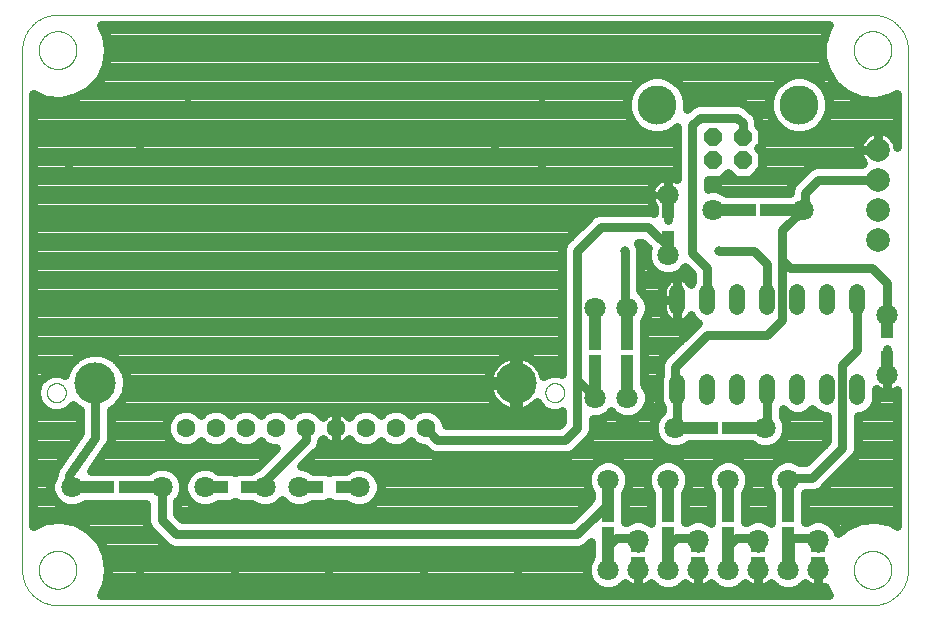
<source format=gtl>
G75*
%MOIN*%
%OFA0B0*%
%FSLAX25Y25*%
%IPPOS*%
%LPD*%
%AMOC8*
5,1,8,0,0,1.08239X$1,22.5*
%
%ADD10C,0.00000*%
%ADD11R,0.03937X0.10236*%
%ADD12C,0.07087*%
%ADD13C,0.05200*%
%ADD14R,0.12598X0.03937*%
%ADD15OC8,0.05740*%
%ADD16C,0.13055*%
%ADD17R,0.03937X0.12598*%
%ADD18R,0.04724X0.03150*%
%ADD19C,0.07874*%
%ADD20C,0.06299*%
%ADD21C,0.13780*%
%ADD22R,0.10236X0.03937*%
%ADD23C,0.03150*%
%ADD24C,0.01600*%
%ADD25C,0.03150*%
D10*
X0017535Y0005724D02*
X0289189Y0005724D01*
X0282890Y0017535D02*
X0282892Y0017693D01*
X0282898Y0017851D01*
X0282908Y0018009D01*
X0282922Y0018167D01*
X0282940Y0018324D01*
X0282961Y0018481D01*
X0282987Y0018637D01*
X0283017Y0018793D01*
X0283050Y0018948D01*
X0283088Y0019101D01*
X0283129Y0019254D01*
X0283174Y0019406D01*
X0283223Y0019557D01*
X0283276Y0019706D01*
X0283332Y0019854D01*
X0283392Y0020000D01*
X0283456Y0020145D01*
X0283524Y0020288D01*
X0283595Y0020430D01*
X0283669Y0020570D01*
X0283747Y0020707D01*
X0283829Y0020843D01*
X0283913Y0020977D01*
X0284002Y0021108D01*
X0284093Y0021237D01*
X0284188Y0021364D01*
X0284285Y0021489D01*
X0284386Y0021611D01*
X0284490Y0021730D01*
X0284597Y0021847D01*
X0284707Y0021961D01*
X0284820Y0022072D01*
X0284935Y0022181D01*
X0285053Y0022286D01*
X0285174Y0022388D01*
X0285297Y0022488D01*
X0285423Y0022584D01*
X0285551Y0022677D01*
X0285681Y0022767D01*
X0285814Y0022853D01*
X0285949Y0022937D01*
X0286085Y0023016D01*
X0286224Y0023093D01*
X0286365Y0023165D01*
X0286507Y0023235D01*
X0286651Y0023300D01*
X0286797Y0023362D01*
X0286944Y0023420D01*
X0287093Y0023475D01*
X0287243Y0023526D01*
X0287394Y0023573D01*
X0287546Y0023616D01*
X0287699Y0023655D01*
X0287854Y0023691D01*
X0288009Y0023722D01*
X0288165Y0023750D01*
X0288321Y0023774D01*
X0288478Y0023794D01*
X0288636Y0023810D01*
X0288793Y0023822D01*
X0288952Y0023830D01*
X0289110Y0023834D01*
X0289268Y0023834D01*
X0289426Y0023830D01*
X0289585Y0023822D01*
X0289742Y0023810D01*
X0289900Y0023794D01*
X0290057Y0023774D01*
X0290213Y0023750D01*
X0290369Y0023722D01*
X0290524Y0023691D01*
X0290679Y0023655D01*
X0290832Y0023616D01*
X0290984Y0023573D01*
X0291135Y0023526D01*
X0291285Y0023475D01*
X0291434Y0023420D01*
X0291581Y0023362D01*
X0291727Y0023300D01*
X0291871Y0023235D01*
X0292013Y0023165D01*
X0292154Y0023093D01*
X0292293Y0023016D01*
X0292429Y0022937D01*
X0292564Y0022853D01*
X0292697Y0022767D01*
X0292827Y0022677D01*
X0292955Y0022584D01*
X0293081Y0022488D01*
X0293204Y0022388D01*
X0293325Y0022286D01*
X0293443Y0022181D01*
X0293558Y0022072D01*
X0293671Y0021961D01*
X0293781Y0021847D01*
X0293888Y0021730D01*
X0293992Y0021611D01*
X0294093Y0021489D01*
X0294190Y0021364D01*
X0294285Y0021237D01*
X0294376Y0021108D01*
X0294465Y0020977D01*
X0294549Y0020843D01*
X0294631Y0020707D01*
X0294709Y0020570D01*
X0294783Y0020430D01*
X0294854Y0020288D01*
X0294922Y0020145D01*
X0294986Y0020000D01*
X0295046Y0019854D01*
X0295102Y0019706D01*
X0295155Y0019557D01*
X0295204Y0019406D01*
X0295249Y0019254D01*
X0295290Y0019101D01*
X0295328Y0018948D01*
X0295361Y0018793D01*
X0295391Y0018637D01*
X0295417Y0018481D01*
X0295438Y0018324D01*
X0295456Y0018167D01*
X0295470Y0018009D01*
X0295480Y0017851D01*
X0295486Y0017693D01*
X0295488Y0017535D01*
X0295486Y0017377D01*
X0295480Y0017219D01*
X0295470Y0017061D01*
X0295456Y0016903D01*
X0295438Y0016746D01*
X0295417Y0016589D01*
X0295391Y0016433D01*
X0295361Y0016277D01*
X0295328Y0016122D01*
X0295290Y0015969D01*
X0295249Y0015816D01*
X0295204Y0015664D01*
X0295155Y0015513D01*
X0295102Y0015364D01*
X0295046Y0015216D01*
X0294986Y0015070D01*
X0294922Y0014925D01*
X0294854Y0014782D01*
X0294783Y0014640D01*
X0294709Y0014500D01*
X0294631Y0014363D01*
X0294549Y0014227D01*
X0294465Y0014093D01*
X0294376Y0013962D01*
X0294285Y0013833D01*
X0294190Y0013706D01*
X0294093Y0013581D01*
X0293992Y0013459D01*
X0293888Y0013340D01*
X0293781Y0013223D01*
X0293671Y0013109D01*
X0293558Y0012998D01*
X0293443Y0012889D01*
X0293325Y0012784D01*
X0293204Y0012682D01*
X0293081Y0012582D01*
X0292955Y0012486D01*
X0292827Y0012393D01*
X0292697Y0012303D01*
X0292564Y0012217D01*
X0292429Y0012133D01*
X0292293Y0012054D01*
X0292154Y0011977D01*
X0292013Y0011905D01*
X0291871Y0011835D01*
X0291727Y0011770D01*
X0291581Y0011708D01*
X0291434Y0011650D01*
X0291285Y0011595D01*
X0291135Y0011544D01*
X0290984Y0011497D01*
X0290832Y0011454D01*
X0290679Y0011415D01*
X0290524Y0011379D01*
X0290369Y0011348D01*
X0290213Y0011320D01*
X0290057Y0011296D01*
X0289900Y0011276D01*
X0289742Y0011260D01*
X0289585Y0011248D01*
X0289426Y0011240D01*
X0289268Y0011236D01*
X0289110Y0011236D01*
X0288952Y0011240D01*
X0288793Y0011248D01*
X0288636Y0011260D01*
X0288478Y0011276D01*
X0288321Y0011296D01*
X0288165Y0011320D01*
X0288009Y0011348D01*
X0287854Y0011379D01*
X0287699Y0011415D01*
X0287546Y0011454D01*
X0287394Y0011497D01*
X0287243Y0011544D01*
X0287093Y0011595D01*
X0286944Y0011650D01*
X0286797Y0011708D01*
X0286651Y0011770D01*
X0286507Y0011835D01*
X0286365Y0011905D01*
X0286224Y0011977D01*
X0286085Y0012054D01*
X0285949Y0012133D01*
X0285814Y0012217D01*
X0285681Y0012303D01*
X0285551Y0012393D01*
X0285423Y0012486D01*
X0285297Y0012582D01*
X0285174Y0012682D01*
X0285053Y0012784D01*
X0284935Y0012889D01*
X0284820Y0012998D01*
X0284707Y0013109D01*
X0284597Y0013223D01*
X0284490Y0013340D01*
X0284386Y0013459D01*
X0284285Y0013581D01*
X0284188Y0013706D01*
X0284093Y0013833D01*
X0284002Y0013962D01*
X0283913Y0014093D01*
X0283829Y0014227D01*
X0283747Y0014363D01*
X0283669Y0014500D01*
X0283595Y0014640D01*
X0283524Y0014782D01*
X0283456Y0014925D01*
X0283392Y0015070D01*
X0283332Y0015216D01*
X0283276Y0015364D01*
X0283223Y0015513D01*
X0283174Y0015664D01*
X0283129Y0015816D01*
X0283088Y0015969D01*
X0283050Y0016122D01*
X0283017Y0016277D01*
X0282987Y0016433D01*
X0282961Y0016589D01*
X0282940Y0016746D01*
X0282922Y0016903D01*
X0282908Y0017061D01*
X0282898Y0017219D01*
X0282892Y0017377D01*
X0282890Y0017535D01*
X0289189Y0005724D02*
X0289474Y0005727D01*
X0289760Y0005738D01*
X0290045Y0005755D01*
X0290329Y0005779D01*
X0290613Y0005810D01*
X0290896Y0005848D01*
X0291177Y0005893D01*
X0291458Y0005944D01*
X0291738Y0006002D01*
X0292016Y0006067D01*
X0292292Y0006139D01*
X0292566Y0006217D01*
X0292839Y0006302D01*
X0293109Y0006394D01*
X0293377Y0006492D01*
X0293643Y0006596D01*
X0293906Y0006707D01*
X0294166Y0006824D01*
X0294424Y0006947D01*
X0294678Y0007077D01*
X0294929Y0007213D01*
X0295177Y0007354D01*
X0295421Y0007502D01*
X0295662Y0007655D01*
X0295898Y0007815D01*
X0296131Y0007980D01*
X0296360Y0008150D01*
X0296585Y0008326D01*
X0296805Y0008508D01*
X0297021Y0008694D01*
X0297232Y0008886D01*
X0297439Y0009083D01*
X0297641Y0009285D01*
X0297838Y0009492D01*
X0298030Y0009703D01*
X0298216Y0009919D01*
X0298398Y0010139D01*
X0298574Y0010364D01*
X0298744Y0010593D01*
X0298909Y0010826D01*
X0299069Y0011062D01*
X0299222Y0011303D01*
X0299370Y0011547D01*
X0299511Y0011795D01*
X0299647Y0012046D01*
X0299777Y0012300D01*
X0299900Y0012558D01*
X0300017Y0012818D01*
X0300128Y0013081D01*
X0300232Y0013347D01*
X0300330Y0013615D01*
X0300422Y0013885D01*
X0300507Y0014158D01*
X0300585Y0014432D01*
X0300657Y0014708D01*
X0300722Y0014986D01*
X0300780Y0015266D01*
X0300831Y0015547D01*
X0300876Y0015828D01*
X0300914Y0016111D01*
X0300945Y0016395D01*
X0300969Y0016679D01*
X0300986Y0016964D01*
X0300997Y0017250D01*
X0301000Y0017535D01*
X0301000Y0190764D01*
X0282890Y0190764D02*
X0282892Y0190922D01*
X0282898Y0191080D01*
X0282908Y0191238D01*
X0282922Y0191396D01*
X0282940Y0191553D01*
X0282961Y0191710D01*
X0282987Y0191866D01*
X0283017Y0192022D01*
X0283050Y0192177D01*
X0283088Y0192330D01*
X0283129Y0192483D01*
X0283174Y0192635D01*
X0283223Y0192786D01*
X0283276Y0192935D01*
X0283332Y0193083D01*
X0283392Y0193229D01*
X0283456Y0193374D01*
X0283524Y0193517D01*
X0283595Y0193659D01*
X0283669Y0193799D01*
X0283747Y0193936D01*
X0283829Y0194072D01*
X0283913Y0194206D01*
X0284002Y0194337D01*
X0284093Y0194466D01*
X0284188Y0194593D01*
X0284285Y0194718D01*
X0284386Y0194840D01*
X0284490Y0194959D01*
X0284597Y0195076D01*
X0284707Y0195190D01*
X0284820Y0195301D01*
X0284935Y0195410D01*
X0285053Y0195515D01*
X0285174Y0195617D01*
X0285297Y0195717D01*
X0285423Y0195813D01*
X0285551Y0195906D01*
X0285681Y0195996D01*
X0285814Y0196082D01*
X0285949Y0196166D01*
X0286085Y0196245D01*
X0286224Y0196322D01*
X0286365Y0196394D01*
X0286507Y0196464D01*
X0286651Y0196529D01*
X0286797Y0196591D01*
X0286944Y0196649D01*
X0287093Y0196704D01*
X0287243Y0196755D01*
X0287394Y0196802D01*
X0287546Y0196845D01*
X0287699Y0196884D01*
X0287854Y0196920D01*
X0288009Y0196951D01*
X0288165Y0196979D01*
X0288321Y0197003D01*
X0288478Y0197023D01*
X0288636Y0197039D01*
X0288793Y0197051D01*
X0288952Y0197059D01*
X0289110Y0197063D01*
X0289268Y0197063D01*
X0289426Y0197059D01*
X0289585Y0197051D01*
X0289742Y0197039D01*
X0289900Y0197023D01*
X0290057Y0197003D01*
X0290213Y0196979D01*
X0290369Y0196951D01*
X0290524Y0196920D01*
X0290679Y0196884D01*
X0290832Y0196845D01*
X0290984Y0196802D01*
X0291135Y0196755D01*
X0291285Y0196704D01*
X0291434Y0196649D01*
X0291581Y0196591D01*
X0291727Y0196529D01*
X0291871Y0196464D01*
X0292013Y0196394D01*
X0292154Y0196322D01*
X0292293Y0196245D01*
X0292429Y0196166D01*
X0292564Y0196082D01*
X0292697Y0195996D01*
X0292827Y0195906D01*
X0292955Y0195813D01*
X0293081Y0195717D01*
X0293204Y0195617D01*
X0293325Y0195515D01*
X0293443Y0195410D01*
X0293558Y0195301D01*
X0293671Y0195190D01*
X0293781Y0195076D01*
X0293888Y0194959D01*
X0293992Y0194840D01*
X0294093Y0194718D01*
X0294190Y0194593D01*
X0294285Y0194466D01*
X0294376Y0194337D01*
X0294465Y0194206D01*
X0294549Y0194072D01*
X0294631Y0193936D01*
X0294709Y0193799D01*
X0294783Y0193659D01*
X0294854Y0193517D01*
X0294922Y0193374D01*
X0294986Y0193229D01*
X0295046Y0193083D01*
X0295102Y0192935D01*
X0295155Y0192786D01*
X0295204Y0192635D01*
X0295249Y0192483D01*
X0295290Y0192330D01*
X0295328Y0192177D01*
X0295361Y0192022D01*
X0295391Y0191866D01*
X0295417Y0191710D01*
X0295438Y0191553D01*
X0295456Y0191396D01*
X0295470Y0191238D01*
X0295480Y0191080D01*
X0295486Y0190922D01*
X0295488Y0190764D01*
X0295486Y0190606D01*
X0295480Y0190448D01*
X0295470Y0190290D01*
X0295456Y0190132D01*
X0295438Y0189975D01*
X0295417Y0189818D01*
X0295391Y0189662D01*
X0295361Y0189506D01*
X0295328Y0189351D01*
X0295290Y0189198D01*
X0295249Y0189045D01*
X0295204Y0188893D01*
X0295155Y0188742D01*
X0295102Y0188593D01*
X0295046Y0188445D01*
X0294986Y0188299D01*
X0294922Y0188154D01*
X0294854Y0188011D01*
X0294783Y0187869D01*
X0294709Y0187729D01*
X0294631Y0187592D01*
X0294549Y0187456D01*
X0294465Y0187322D01*
X0294376Y0187191D01*
X0294285Y0187062D01*
X0294190Y0186935D01*
X0294093Y0186810D01*
X0293992Y0186688D01*
X0293888Y0186569D01*
X0293781Y0186452D01*
X0293671Y0186338D01*
X0293558Y0186227D01*
X0293443Y0186118D01*
X0293325Y0186013D01*
X0293204Y0185911D01*
X0293081Y0185811D01*
X0292955Y0185715D01*
X0292827Y0185622D01*
X0292697Y0185532D01*
X0292564Y0185446D01*
X0292429Y0185362D01*
X0292293Y0185283D01*
X0292154Y0185206D01*
X0292013Y0185134D01*
X0291871Y0185064D01*
X0291727Y0184999D01*
X0291581Y0184937D01*
X0291434Y0184879D01*
X0291285Y0184824D01*
X0291135Y0184773D01*
X0290984Y0184726D01*
X0290832Y0184683D01*
X0290679Y0184644D01*
X0290524Y0184608D01*
X0290369Y0184577D01*
X0290213Y0184549D01*
X0290057Y0184525D01*
X0289900Y0184505D01*
X0289742Y0184489D01*
X0289585Y0184477D01*
X0289426Y0184469D01*
X0289268Y0184465D01*
X0289110Y0184465D01*
X0288952Y0184469D01*
X0288793Y0184477D01*
X0288636Y0184489D01*
X0288478Y0184505D01*
X0288321Y0184525D01*
X0288165Y0184549D01*
X0288009Y0184577D01*
X0287854Y0184608D01*
X0287699Y0184644D01*
X0287546Y0184683D01*
X0287394Y0184726D01*
X0287243Y0184773D01*
X0287093Y0184824D01*
X0286944Y0184879D01*
X0286797Y0184937D01*
X0286651Y0184999D01*
X0286507Y0185064D01*
X0286365Y0185134D01*
X0286224Y0185206D01*
X0286085Y0185283D01*
X0285949Y0185362D01*
X0285814Y0185446D01*
X0285681Y0185532D01*
X0285551Y0185622D01*
X0285423Y0185715D01*
X0285297Y0185811D01*
X0285174Y0185911D01*
X0285053Y0186013D01*
X0284935Y0186118D01*
X0284820Y0186227D01*
X0284707Y0186338D01*
X0284597Y0186452D01*
X0284490Y0186569D01*
X0284386Y0186688D01*
X0284285Y0186810D01*
X0284188Y0186935D01*
X0284093Y0187062D01*
X0284002Y0187191D01*
X0283913Y0187322D01*
X0283829Y0187456D01*
X0283747Y0187592D01*
X0283669Y0187729D01*
X0283595Y0187869D01*
X0283524Y0188011D01*
X0283456Y0188154D01*
X0283392Y0188299D01*
X0283332Y0188445D01*
X0283276Y0188593D01*
X0283223Y0188742D01*
X0283174Y0188893D01*
X0283129Y0189045D01*
X0283088Y0189198D01*
X0283050Y0189351D01*
X0283017Y0189506D01*
X0282987Y0189662D01*
X0282961Y0189818D01*
X0282940Y0189975D01*
X0282922Y0190132D01*
X0282908Y0190290D01*
X0282898Y0190448D01*
X0282892Y0190606D01*
X0282890Y0190764D01*
X0289189Y0202575D02*
X0289474Y0202572D01*
X0289760Y0202561D01*
X0290045Y0202544D01*
X0290329Y0202520D01*
X0290613Y0202489D01*
X0290896Y0202451D01*
X0291177Y0202406D01*
X0291458Y0202355D01*
X0291738Y0202297D01*
X0292016Y0202232D01*
X0292292Y0202160D01*
X0292566Y0202082D01*
X0292839Y0201997D01*
X0293109Y0201905D01*
X0293377Y0201807D01*
X0293643Y0201703D01*
X0293906Y0201592D01*
X0294166Y0201475D01*
X0294424Y0201352D01*
X0294678Y0201222D01*
X0294929Y0201086D01*
X0295177Y0200945D01*
X0295421Y0200797D01*
X0295662Y0200644D01*
X0295898Y0200484D01*
X0296131Y0200319D01*
X0296360Y0200149D01*
X0296585Y0199973D01*
X0296805Y0199791D01*
X0297021Y0199605D01*
X0297232Y0199413D01*
X0297439Y0199216D01*
X0297641Y0199014D01*
X0297838Y0198807D01*
X0298030Y0198596D01*
X0298216Y0198380D01*
X0298398Y0198160D01*
X0298574Y0197935D01*
X0298744Y0197706D01*
X0298909Y0197473D01*
X0299069Y0197237D01*
X0299222Y0196996D01*
X0299370Y0196752D01*
X0299511Y0196504D01*
X0299647Y0196253D01*
X0299777Y0195999D01*
X0299900Y0195741D01*
X0300017Y0195481D01*
X0300128Y0195218D01*
X0300232Y0194952D01*
X0300330Y0194684D01*
X0300422Y0194414D01*
X0300507Y0194141D01*
X0300585Y0193867D01*
X0300657Y0193591D01*
X0300722Y0193313D01*
X0300780Y0193033D01*
X0300831Y0192752D01*
X0300876Y0192471D01*
X0300914Y0192188D01*
X0300945Y0191904D01*
X0300969Y0191620D01*
X0300986Y0191335D01*
X0300997Y0191049D01*
X0301000Y0190764D01*
X0289189Y0202575D02*
X0017535Y0202575D01*
X0011236Y0190764D02*
X0011238Y0190922D01*
X0011244Y0191080D01*
X0011254Y0191238D01*
X0011268Y0191396D01*
X0011286Y0191553D01*
X0011307Y0191710D01*
X0011333Y0191866D01*
X0011363Y0192022D01*
X0011396Y0192177D01*
X0011434Y0192330D01*
X0011475Y0192483D01*
X0011520Y0192635D01*
X0011569Y0192786D01*
X0011622Y0192935D01*
X0011678Y0193083D01*
X0011738Y0193229D01*
X0011802Y0193374D01*
X0011870Y0193517D01*
X0011941Y0193659D01*
X0012015Y0193799D01*
X0012093Y0193936D01*
X0012175Y0194072D01*
X0012259Y0194206D01*
X0012348Y0194337D01*
X0012439Y0194466D01*
X0012534Y0194593D01*
X0012631Y0194718D01*
X0012732Y0194840D01*
X0012836Y0194959D01*
X0012943Y0195076D01*
X0013053Y0195190D01*
X0013166Y0195301D01*
X0013281Y0195410D01*
X0013399Y0195515D01*
X0013520Y0195617D01*
X0013643Y0195717D01*
X0013769Y0195813D01*
X0013897Y0195906D01*
X0014027Y0195996D01*
X0014160Y0196082D01*
X0014295Y0196166D01*
X0014431Y0196245D01*
X0014570Y0196322D01*
X0014711Y0196394D01*
X0014853Y0196464D01*
X0014997Y0196529D01*
X0015143Y0196591D01*
X0015290Y0196649D01*
X0015439Y0196704D01*
X0015589Y0196755D01*
X0015740Y0196802D01*
X0015892Y0196845D01*
X0016045Y0196884D01*
X0016200Y0196920D01*
X0016355Y0196951D01*
X0016511Y0196979D01*
X0016667Y0197003D01*
X0016824Y0197023D01*
X0016982Y0197039D01*
X0017139Y0197051D01*
X0017298Y0197059D01*
X0017456Y0197063D01*
X0017614Y0197063D01*
X0017772Y0197059D01*
X0017931Y0197051D01*
X0018088Y0197039D01*
X0018246Y0197023D01*
X0018403Y0197003D01*
X0018559Y0196979D01*
X0018715Y0196951D01*
X0018870Y0196920D01*
X0019025Y0196884D01*
X0019178Y0196845D01*
X0019330Y0196802D01*
X0019481Y0196755D01*
X0019631Y0196704D01*
X0019780Y0196649D01*
X0019927Y0196591D01*
X0020073Y0196529D01*
X0020217Y0196464D01*
X0020359Y0196394D01*
X0020500Y0196322D01*
X0020639Y0196245D01*
X0020775Y0196166D01*
X0020910Y0196082D01*
X0021043Y0195996D01*
X0021173Y0195906D01*
X0021301Y0195813D01*
X0021427Y0195717D01*
X0021550Y0195617D01*
X0021671Y0195515D01*
X0021789Y0195410D01*
X0021904Y0195301D01*
X0022017Y0195190D01*
X0022127Y0195076D01*
X0022234Y0194959D01*
X0022338Y0194840D01*
X0022439Y0194718D01*
X0022536Y0194593D01*
X0022631Y0194466D01*
X0022722Y0194337D01*
X0022811Y0194206D01*
X0022895Y0194072D01*
X0022977Y0193936D01*
X0023055Y0193799D01*
X0023129Y0193659D01*
X0023200Y0193517D01*
X0023268Y0193374D01*
X0023332Y0193229D01*
X0023392Y0193083D01*
X0023448Y0192935D01*
X0023501Y0192786D01*
X0023550Y0192635D01*
X0023595Y0192483D01*
X0023636Y0192330D01*
X0023674Y0192177D01*
X0023707Y0192022D01*
X0023737Y0191866D01*
X0023763Y0191710D01*
X0023784Y0191553D01*
X0023802Y0191396D01*
X0023816Y0191238D01*
X0023826Y0191080D01*
X0023832Y0190922D01*
X0023834Y0190764D01*
X0023832Y0190606D01*
X0023826Y0190448D01*
X0023816Y0190290D01*
X0023802Y0190132D01*
X0023784Y0189975D01*
X0023763Y0189818D01*
X0023737Y0189662D01*
X0023707Y0189506D01*
X0023674Y0189351D01*
X0023636Y0189198D01*
X0023595Y0189045D01*
X0023550Y0188893D01*
X0023501Y0188742D01*
X0023448Y0188593D01*
X0023392Y0188445D01*
X0023332Y0188299D01*
X0023268Y0188154D01*
X0023200Y0188011D01*
X0023129Y0187869D01*
X0023055Y0187729D01*
X0022977Y0187592D01*
X0022895Y0187456D01*
X0022811Y0187322D01*
X0022722Y0187191D01*
X0022631Y0187062D01*
X0022536Y0186935D01*
X0022439Y0186810D01*
X0022338Y0186688D01*
X0022234Y0186569D01*
X0022127Y0186452D01*
X0022017Y0186338D01*
X0021904Y0186227D01*
X0021789Y0186118D01*
X0021671Y0186013D01*
X0021550Y0185911D01*
X0021427Y0185811D01*
X0021301Y0185715D01*
X0021173Y0185622D01*
X0021043Y0185532D01*
X0020910Y0185446D01*
X0020775Y0185362D01*
X0020639Y0185283D01*
X0020500Y0185206D01*
X0020359Y0185134D01*
X0020217Y0185064D01*
X0020073Y0184999D01*
X0019927Y0184937D01*
X0019780Y0184879D01*
X0019631Y0184824D01*
X0019481Y0184773D01*
X0019330Y0184726D01*
X0019178Y0184683D01*
X0019025Y0184644D01*
X0018870Y0184608D01*
X0018715Y0184577D01*
X0018559Y0184549D01*
X0018403Y0184525D01*
X0018246Y0184505D01*
X0018088Y0184489D01*
X0017931Y0184477D01*
X0017772Y0184469D01*
X0017614Y0184465D01*
X0017456Y0184465D01*
X0017298Y0184469D01*
X0017139Y0184477D01*
X0016982Y0184489D01*
X0016824Y0184505D01*
X0016667Y0184525D01*
X0016511Y0184549D01*
X0016355Y0184577D01*
X0016200Y0184608D01*
X0016045Y0184644D01*
X0015892Y0184683D01*
X0015740Y0184726D01*
X0015589Y0184773D01*
X0015439Y0184824D01*
X0015290Y0184879D01*
X0015143Y0184937D01*
X0014997Y0184999D01*
X0014853Y0185064D01*
X0014711Y0185134D01*
X0014570Y0185206D01*
X0014431Y0185283D01*
X0014295Y0185362D01*
X0014160Y0185446D01*
X0014027Y0185532D01*
X0013897Y0185622D01*
X0013769Y0185715D01*
X0013643Y0185811D01*
X0013520Y0185911D01*
X0013399Y0186013D01*
X0013281Y0186118D01*
X0013166Y0186227D01*
X0013053Y0186338D01*
X0012943Y0186452D01*
X0012836Y0186569D01*
X0012732Y0186688D01*
X0012631Y0186810D01*
X0012534Y0186935D01*
X0012439Y0187062D01*
X0012348Y0187191D01*
X0012259Y0187322D01*
X0012175Y0187456D01*
X0012093Y0187592D01*
X0012015Y0187729D01*
X0011941Y0187869D01*
X0011870Y0188011D01*
X0011802Y0188154D01*
X0011738Y0188299D01*
X0011678Y0188445D01*
X0011622Y0188593D01*
X0011569Y0188742D01*
X0011520Y0188893D01*
X0011475Y0189045D01*
X0011434Y0189198D01*
X0011396Y0189351D01*
X0011363Y0189506D01*
X0011333Y0189662D01*
X0011307Y0189818D01*
X0011286Y0189975D01*
X0011268Y0190132D01*
X0011254Y0190290D01*
X0011244Y0190448D01*
X0011238Y0190606D01*
X0011236Y0190764D01*
X0005724Y0190764D02*
X0005724Y0017535D01*
X0011236Y0017535D02*
X0011238Y0017693D01*
X0011244Y0017851D01*
X0011254Y0018009D01*
X0011268Y0018167D01*
X0011286Y0018324D01*
X0011307Y0018481D01*
X0011333Y0018637D01*
X0011363Y0018793D01*
X0011396Y0018948D01*
X0011434Y0019101D01*
X0011475Y0019254D01*
X0011520Y0019406D01*
X0011569Y0019557D01*
X0011622Y0019706D01*
X0011678Y0019854D01*
X0011738Y0020000D01*
X0011802Y0020145D01*
X0011870Y0020288D01*
X0011941Y0020430D01*
X0012015Y0020570D01*
X0012093Y0020707D01*
X0012175Y0020843D01*
X0012259Y0020977D01*
X0012348Y0021108D01*
X0012439Y0021237D01*
X0012534Y0021364D01*
X0012631Y0021489D01*
X0012732Y0021611D01*
X0012836Y0021730D01*
X0012943Y0021847D01*
X0013053Y0021961D01*
X0013166Y0022072D01*
X0013281Y0022181D01*
X0013399Y0022286D01*
X0013520Y0022388D01*
X0013643Y0022488D01*
X0013769Y0022584D01*
X0013897Y0022677D01*
X0014027Y0022767D01*
X0014160Y0022853D01*
X0014295Y0022937D01*
X0014431Y0023016D01*
X0014570Y0023093D01*
X0014711Y0023165D01*
X0014853Y0023235D01*
X0014997Y0023300D01*
X0015143Y0023362D01*
X0015290Y0023420D01*
X0015439Y0023475D01*
X0015589Y0023526D01*
X0015740Y0023573D01*
X0015892Y0023616D01*
X0016045Y0023655D01*
X0016200Y0023691D01*
X0016355Y0023722D01*
X0016511Y0023750D01*
X0016667Y0023774D01*
X0016824Y0023794D01*
X0016982Y0023810D01*
X0017139Y0023822D01*
X0017298Y0023830D01*
X0017456Y0023834D01*
X0017614Y0023834D01*
X0017772Y0023830D01*
X0017931Y0023822D01*
X0018088Y0023810D01*
X0018246Y0023794D01*
X0018403Y0023774D01*
X0018559Y0023750D01*
X0018715Y0023722D01*
X0018870Y0023691D01*
X0019025Y0023655D01*
X0019178Y0023616D01*
X0019330Y0023573D01*
X0019481Y0023526D01*
X0019631Y0023475D01*
X0019780Y0023420D01*
X0019927Y0023362D01*
X0020073Y0023300D01*
X0020217Y0023235D01*
X0020359Y0023165D01*
X0020500Y0023093D01*
X0020639Y0023016D01*
X0020775Y0022937D01*
X0020910Y0022853D01*
X0021043Y0022767D01*
X0021173Y0022677D01*
X0021301Y0022584D01*
X0021427Y0022488D01*
X0021550Y0022388D01*
X0021671Y0022286D01*
X0021789Y0022181D01*
X0021904Y0022072D01*
X0022017Y0021961D01*
X0022127Y0021847D01*
X0022234Y0021730D01*
X0022338Y0021611D01*
X0022439Y0021489D01*
X0022536Y0021364D01*
X0022631Y0021237D01*
X0022722Y0021108D01*
X0022811Y0020977D01*
X0022895Y0020843D01*
X0022977Y0020707D01*
X0023055Y0020570D01*
X0023129Y0020430D01*
X0023200Y0020288D01*
X0023268Y0020145D01*
X0023332Y0020000D01*
X0023392Y0019854D01*
X0023448Y0019706D01*
X0023501Y0019557D01*
X0023550Y0019406D01*
X0023595Y0019254D01*
X0023636Y0019101D01*
X0023674Y0018948D01*
X0023707Y0018793D01*
X0023737Y0018637D01*
X0023763Y0018481D01*
X0023784Y0018324D01*
X0023802Y0018167D01*
X0023816Y0018009D01*
X0023826Y0017851D01*
X0023832Y0017693D01*
X0023834Y0017535D01*
X0023832Y0017377D01*
X0023826Y0017219D01*
X0023816Y0017061D01*
X0023802Y0016903D01*
X0023784Y0016746D01*
X0023763Y0016589D01*
X0023737Y0016433D01*
X0023707Y0016277D01*
X0023674Y0016122D01*
X0023636Y0015969D01*
X0023595Y0015816D01*
X0023550Y0015664D01*
X0023501Y0015513D01*
X0023448Y0015364D01*
X0023392Y0015216D01*
X0023332Y0015070D01*
X0023268Y0014925D01*
X0023200Y0014782D01*
X0023129Y0014640D01*
X0023055Y0014500D01*
X0022977Y0014363D01*
X0022895Y0014227D01*
X0022811Y0014093D01*
X0022722Y0013962D01*
X0022631Y0013833D01*
X0022536Y0013706D01*
X0022439Y0013581D01*
X0022338Y0013459D01*
X0022234Y0013340D01*
X0022127Y0013223D01*
X0022017Y0013109D01*
X0021904Y0012998D01*
X0021789Y0012889D01*
X0021671Y0012784D01*
X0021550Y0012682D01*
X0021427Y0012582D01*
X0021301Y0012486D01*
X0021173Y0012393D01*
X0021043Y0012303D01*
X0020910Y0012217D01*
X0020775Y0012133D01*
X0020639Y0012054D01*
X0020500Y0011977D01*
X0020359Y0011905D01*
X0020217Y0011835D01*
X0020073Y0011770D01*
X0019927Y0011708D01*
X0019780Y0011650D01*
X0019631Y0011595D01*
X0019481Y0011544D01*
X0019330Y0011497D01*
X0019178Y0011454D01*
X0019025Y0011415D01*
X0018870Y0011379D01*
X0018715Y0011348D01*
X0018559Y0011320D01*
X0018403Y0011296D01*
X0018246Y0011276D01*
X0018088Y0011260D01*
X0017931Y0011248D01*
X0017772Y0011240D01*
X0017614Y0011236D01*
X0017456Y0011236D01*
X0017298Y0011240D01*
X0017139Y0011248D01*
X0016982Y0011260D01*
X0016824Y0011276D01*
X0016667Y0011296D01*
X0016511Y0011320D01*
X0016355Y0011348D01*
X0016200Y0011379D01*
X0016045Y0011415D01*
X0015892Y0011454D01*
X0015740Y0011497D01*
X0015589Y0011544D01*
X0015439Y0011595D01*
X0015290Y0011650D01*
X0015143Y0011708D01*
X0014997Y0011770D01*
X0014853Y0011835D01*
X0014711Y0011905D01*
X0014570Y0011977D01*
X0014431Y0012054D01*
X0014295Y0012133D01*
X0014160Y0012217D01*
X0014027Y0012303D01*
X0013897Y0012393D01*
X0013769Y0012486D01*
X0013643Y0012582D01*
X0013520Y0012682D01*
X0013399Y0012784D01*
X0013281Y0012889D01*
X0013166Y0012998D01*
X0013053Y0013109D01*
X0012943Y0013223D01*
X0012836Y0013340D01*
X0012732Y0013459D01*
X0012631Y0013581D01*
X0012534Y0013706D01*
X0012439Y0013833D01*
X0012348Y0013962D01*
X0012259Y0014093D01*
X0012175Y0014227D01*
X0012093Y0014363D01*
X0012015Y0014500D01*
X0011941Y0014640D01*
X0011870Y0014782D01*
X0011802Y0014925D01*
X0011738Y0015070D01*
X0011678Y0015216D01*
X0011622Y0015364D01*
X0011569Y0015513D01*
X0011520Y0015664D01*
X0011475Y0015816D01*
X0011434Y0015969D01*
X0011396Y0016122D01*
X0011363Y0016277D01*
X0011333Y0016433D01*
X0011307Y0016589D01*
X0011286Y0016746D01*
X0011268Y0016903D01*
X0011254Y0017061D01*
X0011244Y0017219D01*
X0011238Y0017377D01*
X0011236Y0017535D01*
X0005724Y0017535D02*
X0005727Y0017250D01*
X0005738Y0016964D01*
X0005755Y0016679D01*
X0005779Y0016395D01*
X0005810Y0016111D01*
X0005848Y0015828D01*
X0005893Y0015547D01*
X0005944Y0015266D01*
X0006002Y0014986D01*
X0006067Y0014708D01*
X0006139Y0014432D01*
X0006217Y0014158D01*
X0006302Y0013885D01*
X0006394Y0013615D01*
X0006492Y0013347D01*
X0006596Y0013081D01*
X0006707Y0012818D01*
X0006824Y0012558D01*
X0006947Y0012300D01*
X0007077Y0012046D01*
X0007213Y0011795D01*
X0007354Y0011547D01*
X0007502Y0011303D01*
X0007655Y0011062D01*
X0007815Y0010826D01*
X0007980Y0010593D01*
X0008150Y0010364D01*
X0008326Y0010139D01*
X0008508Y0009919D01*
X0008694Y0009703D01*
X0008886Y0009492D01*
X0009083Y0009285D01*
X0009285Y0009083D01*
X0009492Y0008886D01*
X0009703Y0008694D01*
X0009919Y0008508D01*
X0010139Y0008326D01*
X0010364Y0008150D01*
X0010593Y0007980D01*
X0010826Y0007815D01*
X0011062Y0007655D01*
X0011303Y0007502D01*
X0011547Y0007354D01*
X0011795Y0007213D01*
X0012046Y0007077D01*
X0012300Y0006947D01*
X0012558Y0006824D01*
X0012818Y0006707D01*
X0013081Y0006596D01*
X0013347Y0006492D01*
X0013615Y0006394D01*
X0013885Y0006302D01*
X0014158Y0006217D01*
X0014432Y0006139D01*
X0014708Y0006067D01*
X0014986Y0006002D01*
X0015266Y0005944D01*
X0015547Y0005893D01*
X0015828Y0005848D01*
X0016111Y0005810D01*
X0016395Y0005779D01*
X0016679Y0005755D01*
X0016964Y0005738D01*
X0017250Y0005727D01*
X0017535Y0005724D01*
X0013992Y0076591D02*
X0013994Y0076703D01*
X0014000Y0076814D01*
X0014010Y0076926D01*
X0014024Y0077037D01*
X0014041Y0077147D01*
X0014063Y0077257D01*
X0014089Y0077366D01*
X0014118Y0077474D01*
X0014151Y0077580D01*
X0014188Y0077686D01*
X0014229Y0077790D01*
X0014274Y0077893D01*
X0014322Y0077994D01*
X0014373Y0078093D01*
X0014428Y0078190D01*
X0014487Y0078285D01*
X0014548Y0078379D01*
X0014613Y0078470D01*
X0014682Y0078558D01*
X0014753Y0078644D01*
X0014827Y0078728D01*
X0014905Y0078808D01*
X0014985Y0078886D01*
X0015068Y0078962D01*
X0015153Y0079034D01*
X0015241Y0079103D01*
X0015331Y0079169D01*
X0015424Y0079231D01*
X0015519Y0079291D01*
X0015616Y0079347D01*
X0015714Y0079399D01*
X0015815Y0079448D01*
X0015917Y0079493D01*
X0016021Y0079535D01*
X0016126Y0079573D01*
X0016233Y0079607D01*
X0016340Y0079637D01*
X0016449Y0079664D01*
X0016558Y0079686D01*
X0016669Y0079705D01*
X0016779Y0079720D01*
X0016891Y0079731D01*
X0017002Y0079738D01*
X0017114Y0079741D01*
X0017226Y0079740D01*
X0017338Y0079735D01*
X0017449Y0079726D01*
X0017560Y0079713D01*
X0017671Y0079696D01*
X0017781Y0079676D01*
X0017890Y0079651D01*
X0017998Y0079623D01*
X0018105Y0079590D01*
X0018211Y0079554D01*
X0018315Y0079514D01*
X0018418Y0079471D01*
X0018520Y0079424D01*
X0018619Y0079373D01*
X0018717Y0079319D01*
X0018813Y0079261D01*
X0018907Y0079200D01*
X0018998Y0079136D01*
X0019087Y0079069D01*
X0019174Y0078998D01*
X0019258Y0078924D01*
X0019340Y0078848D01*
X0019418Y0078768D01*
X0019494Y0078686D01*
X0019567Y0078601D01*
X0019637Y0078514D01*
X0019703Y0078424D01*
X0019767Y0078332D01*
X0019827Y0078238D01*
X0019884Y0078142D01*
X0019937Y0078043D01*
X0019987Y0077943D01*
X0020033Y0077842D01*
X0020076Y0077738D01*
X0020115Y0077633D01*
X0020150Y0077527D01*
X0020181Y0077420D01*
X0020209Y0077311D01*
X0020232Y0077202D01*
X0020252Y0077092D01*
X0020268Y0076981D01*
X0020280Y0076870D01*
X0020288Y0076759D01*
X0020292Y0076647D01*
X0020292Y0076535D01*
X0020288Y0076423D01*
X0020280Y0076312D01*
X0020268Y0076201D01*
X0020252Y0076090D01*
X0020232Y0075980D01*
X0020209Y0075871D01*
X0020181Y0075762D01*
X0020150Y0075655D01*
X0020115Y0075549D01*
X0020076Y0075444D01*
X0020033Y0075340D01*
X0019987Y0075239D01*
X0019937Y0075139D01*
X0019884Y0075040D01*
X0019827Y0074944D01*
X0019767Y0074850D01*
X0019703Y0074758D01*
X0019637Y0074668D01*
X0019567Y0074581D01*
X0019494Y0074496D01*
X0019418Y0074414D01*
X0019340Y0074334D01*
X0019258Y0074258D01*
X0019174Y0074184D01*
X0019087Y0074113D01*
X0018998Y0074046D01*
X0018907Y0073982D01*
X0018813Y0073921D01*
X0018717Y0073863D01*
X0018619Y0073809D01*
X0018520Y0073758D01*
X0018418Y0073711D01*
X0018315Y0073668D01*
X0018211Y0073628D01*
X0018105Y0073592D01*
X0017998Y0073559D01*
X0017890Y0073531D01*
X0017781Y0073506D01*
X0017671Y0073486D01*
X0017560Y0073469D01*
X0017449Y0073456D01*
X0017338Y0073447D01*
X0017226Y0073442D01*
X0017114Y0073441D01*
X0017002Y0073444D01*
X0016891Y0073451D01*
X0016779Y0073462D01*
X0016669Y0073477D01*
X0016558Y0073496D01*
X0016449Y0073518D01*
X0016340Y0073545D01*
X0016233Y0073575D01*
X0016126Y0073609D01*
X0016021Y0073647D01*
X0015917Y0073689D01*
X0015815Y0073734D01*
X0015714Y0073783D01*
X0015616Y0073835D01*
X0015519Y0073891D01*
X0015424Y0073951D01*
X0015331Y0074013D01*
X0015241Y0074079D01*
X0015153Y0074148D01*
X0015068Y0074220D01*
X0014985Y0074296D01*
X0014905Y0074374D01*
X0014827Y0074454D01*
X0014753Y0074538D01*
X0014682Y0074624D01*
X0014613Y0074712D01*
X0014548Y0074803D01*
X0014487Y0074897D01*
X0014428Y0074992D01*
X0014373Y0075089D01*
X0014322Y0075188D01*
X0014274Y0075289D01*
X0014229Y0075392D01*
X0014188Y0075496D01*
X0014151Y0075602D01*
X0014118Y0075708D01*
X0014089Y0075816D01*
X0014063Y0075925D01*
X0014041Y0076035D01*
X0014024Y0076145D01*
X0014010Y0076256D01*
X0014000Y0076368D01*
X0013994Y0076479D01*
X0013992Y0076591D01*
X0005724Y0190764D02*
X0005727Y0191049D01*
X0005738Y0191335D01*
X0005755Y0191620D01*
X0005779Y0191904D01*
X0005810Y0192188D01*
X0005848Y0192471D01*
X0005893Y0192752D01*
X0005944Y0193033D01*
X0006002Y0193313D01*
X0006067Y0193591D01*
X0006139Y0193867D01*
X0006217Y0194141D01*
X0006302Y0194414D01*
X0006394Y0194684D01*
X0006492Y0194952D01*
X0006596Y0195218D01*
X0006707Y0195481D01*
X0006824Y0195741D01*
X0006947Y0195999D01*
X0007077Y0196253D01*
X0007213Y0196504D01*
X0007354Y0196752D01*
X0007502Y0196996D01*
X0007655Y0197237D01*
X0007815Y0197473D01*
X0007980Y0197706D01*
X0008150Y0197935D01*
X0008326Y0198160D01*
X0008508Y0198380D01*
X0008694Y0198596D01*
X0008886Y0198807D01*
X0009083Y0199014D01*
X0009285Y0199216D01*
X0009492Y0199413D01*
X0009703Y0199605D01*
X0009919Y0199791D01*
X0010139Y0199973D01*
X0010364Y0200149D01*
X0010593Y0200319D01*
X0010826Y0200484D01*
X0011062Y0200644D01*
X0011303Y0200797D01*
X0011547Y0200945D01*
X0011795Y0201086D01*
X0012046Y0201222D01*
X0012300Y0201352D01*
X0012558Y0201475D01*
X0012818Y0201592D01*
X0013081Y0201703D01*
X0013347Y0201807D01*
X0013615Y0201905D01*
X0013885Y0201997D01*
X0014158Y0202082D01*
X0014432Y0202160D01*
X0014708Y0202232D01*
X0014986Y0202297D01*
X0015266Y0202355D01*
X0015547Y0202406D01*
X0015828Y0202451D01*
X0016111Y0202489D01*
X0016395Y0202520D01*
X0016679Y0202544D01*
X0016964Y0202561D01*
X0017250Y0202572D01*
X0017535Y0202575D01*
X0180133Y0076591D02*
X0180135Y0076703D01*
X0180141Y0076814D01*
X0180151Y0076926D01*
X0180165Y0077037D01*
X0180182Y0077147D01*
X0180204Y0077257D01*
X0180230Y0077366D01*
X0180259Y0077474D01*
X0180292Y0077580D01*
X0180329Y0077686D01*
X0180370Y0077790D01*
X0180415Y0077893D01*
X0180463Y0077994D01*
X0180514Y0078093D01*
X0180569Y0078190D01*
X0180628Y0078285D01*
X0180689Y0078379D01*
X0180754Y0078470D01*
X0180823Y0078558D01*
X0180894Y0078644D01*
X0180968Y0078728D01*
X0181046Y0078808D01*
X0181126Y0078886D01*
X0181209Y0078962D01*
X0181294Y0079034D01*
X0181382Y0079103D01*
X0181472Y0079169D01*
X0181565Y0079231D01*
X0181660Y0079291D01*
X0181757Y0079347D01*
X0181855Y0079399D01*
X0181956Y0079448D01*
X0182058Y0079493D01*
X0182162Y0079535D01*
X0182267Y0079573D01*
X0182374Y0079607D01*
X0182481Y0079637D01*
X0182590Y0079664D01*
X0182699Y0079686D01*
X0182810Y0079705D01*
X0182920Y0079720D01*
X0183032Y0079731D01*
X0183143Y0079738D01*
X0183255Y0079741D01*
X0183367Y0079740D01*
X0183479Y0079735D01*
X0183590Y0079726D01*
X0183701Y0079713D01*
X0183812Y0079696D01*
X0183922Y0079676D01*
X0184031Y0079651D01*
X0184139Y0079623D01*
X0184246Y0079590D01*
X0184352Y0079554D01*
X0184456Y0079514D01*
X0184559Y0079471D01*
X0184661Y0079424D01*
X0184760Y0079373D01*
X0184858Y0079319D01*
X0184954Y0079261D01*
X0185048Y0079200D01*
X0185139Y0079136D01*
X0185228Y0079069D01*
X0185315Y0078998D01*
X0185399Y0078924D01*
X0185481Y0078848D01*
X0185559Y0078768D01*
X0185635Y0078686D01*
X0185708Y0078601D01*
X0185778Y0078514D01*
X0185844Y0078424D01*
X0185908Y0078332D01*
X0185968Y0078238D01*
X0186025Y0078142D01*
X0186078Y0078043D01*
X0186128Y0077943D01*
X0186174Y0077842D01*
X0186217Y0077738D01*
X0186256Y0077633D01*
X0186291Y0077527D01*
X0186322Y0077420D01*
X0186350Y0077311D01*
X0186373Y0077202D01*
X0186393Y0077092D01*
X0186409Y0076981D01*
X0186421Y0076870D01*
X0186429Y0076759D01*
X0186433Y0076647D01*
X0186433Y0076535D01*
X0186429Y0076423D01*
X0186421Y0076312D01*
X0186409Y0076201D01*
X0186393Y0076090D01*
X0186373Y0075980D01*
X0186350Y0075871D01*
X0186322Y0075762D01*
X0186291Y0075655D01*
X0186256Y0075549D01*
X0186217Y0075444D01*
X0186174Y0075340D01*
X0186128Y0075239D01*
X0186078Y0075139D01*
X0186025Y0075040D01*
X0185968Y0074944D01*
X0185908Y0074850D01*
X0185844Y0074758D01*
X0185778Y0074668D01*
X0185708Y0074581D01*
X0185635Y0074496D01*
X0185559Y0074414D01*
X0185481Y0074334D01*
X0185399Y0074258D01*
X0185315Y0074184D01*
X0185228Y0074113D01*
X0185139Y0074046D01*
X0185048Y0073982D01*
X0184954Y0073921D01*
X0184858Y0073863D01*
X0184760Y0073809D01*
X0184661Y0073758D01*
X0184559Y0073711D01*
X0184456Y0073668D01*
X0184352Y0073628D01*
X0184246Y0073592D01*
X0184139Y0073559D01*
X0184031Y0073531D01*
X0183922Y0073506D01*
X0183812Y0073486D01*
X0183701Y0073469D01*
X0183590Y0073456D01*
X0183479Y0073447D01*
X0183367Y0073442D01*
X0183255Y0073441D01*
X0183143Y0073444D01*
X0183032Y0073451D01*
X0182920Y0073462D01*
X0182810Y0073477D01*
X0182699Y0073496D01*
X0182590Y0073518D01*
X0182481Y0073545D01*
X0182374Y0073575D01*
X0182267Y0073609D01*
X0182162Y0073647D01*
X0182058Y0073689D01*
X0181956Y0073734D01*
X0181855Y0073783D01*
X0181757Y0073835D01*
X0181660Y0073891D01*
X0181565Y0073951D01*
X0181472Y0074013D01*
X0181382Y0074079D01*
X0181294Y0074148D01*
X0181209Y0074220D01*
X0181126Y0074296D01*
X0181046Y0074374D01*
X0180968Y0074454D01*
X0180894Y0074538D01*
X0180823Y0074624D01*
X0180754Y0074712D01*
X0180689Y0074803D01*
X0180628Y0074897D01*
X0180569Y0074992D01*
X0180514Y0075089D01*
X0180463Y0075188D01*
X0180415Y0075289D01*
X0180370Y0075392D01*
X0180329Y0075496D01*
X0180292Y0075602D01*
X0180259Y0075708D01*
X0180230Y0075816D01*
X0180204Y0075925D01*
X0180182Y0076035D01*
X0180165Y0076145D01*
X0180151Y0076256D01*
X0180141Y0076368D01*
X0180135Y0076479D01*
X0180133Y0076591D01*
D11*
X0221000Y0125488D03*
X0221000Y0139661D03*
X0294150Y0099661D03*
X0294150Y0085488D03*
D12*
X0294150Y0082575D03*
X0294150Y0102575D03*
X0266000Y0137575D03*
X0236000Y0137575D03*
X0221000Y0142575D03*
X0221000Y0122575D03*
X0207437Y0104937D03*
X0196650Y0104937D03*
X0196650Y0074937D03*
X0207437Y0074937D03*
X0223362Y0064937D03*
X0221000Y0047575D03*
X0201000Y0047575D03*
X0211000Y0027575D03*
X0211000Y0017575D03*
X0201000Y0017575D03*
X0221000Y0017575D03*
X0231000Y0017575D03*
X0231000Y0027575D03*
X0241000Y0017575D03*
X0251000Y0017575D03*
X0261000Y0017575D03*
X0271000Y0017575D03*
X0271000Y0027575D03*
X0251000Y0027575D03*
X0241000Y0047575D03*
X0261000Y0047575D03*
X0253362Y0064937D03*
X0118087Y0045094D03*
X0098087Y0045094D03*
X0086591Y0045094D03*
X0066591Y0045094D03*
X0052220Y0045094D03*
X0022220Y0045094D03*
D13*
X0224150Y0074975D02*
X0224150Y0080175D01*
X0234150Y0080175D02*
X0234150Y0074975D01*
X0244150Y0074975D02*
X0244150Y0080175D01*
X0254150Y0080175D02*
X0254150Y0074975D01*
X0264150Y0074975D02*
X0264150Y0080175D01*
X0274150Y0080175D02*
X0274150Y0074975D01*
X0284150Y0074975D02*
X0284150Y0080175D01*
X0284150Y0104975D02*
X0284150Y0110175D01*
X0274150Y0110175D02*
X0274150Y0104975D01*
X0264150Y0104975D02*
X0264150Y0110175D01*
X0254150Y0110175D02*
X0254150Y0104975D01*
X0244150Y0104975D02*
X0244150Y0110175D01*
X0234150Y0110175D02*
X0234150Y0104975D01*
X0224150Y0104975D02*
X0224150Y0110175D01*
D14*
X0243913Y0137575D03*
X0258087Y0137575D03*
X0245449Y0064937D03*
X0231276Y0064937D03*
X0044307Y0045094D03*
X0030134Y0045094D03*
D15*
X0236079Y0154031D03*
X0245921Y0154031D03*
X0245921Y0161906D03*
X0236079Y0161906D03*
D16*
X0217299Y0172575D03*
X0264701Y0172575D03*
D17*
X0207437Y0097024D03*
X0196650Y0097024D03*
X0196650Y0082850D03*
X0207437Y0082850D03*
X0201000Y0039661D03*
X0221000Y0039661D03*
X0221000Y0025488D03*
X0201000Y0025488D03*
X0241000Y0025488D03*
X0261000Y0025488D03*
X0261000Y0039661D03*
X0241000Y0039661D03*
D18*
X0231000Y0024661D03*
X0231000Y0020488D03*
X0211000Y0020488D03*
X0211000Y0024661D03*
X0251000Y0024661D03*
X0251000Y0020488D03*
X0271000Y0020488D03*
X0271000Y0024661D03*
D19*
X0291000Y0127575D03*
X0291000Y0137575D03*
X0291000Y0147575D03*
X0291000Y0157575D03*
D20*
X0140213Y0064780D03*
X0130213Y0064780D03*
X0120213Y0064780D03*
X0110213Y0064780D03*
X0100213Y0064780D03*
X0090213Y0064780D03*
X0080213Y0064780D03*
X0070213Y0064780D03*
X0060213Y0064780D03*
D21*
X0030134Y0079740D03*
X0170291Y0079740D03*
D22*
X0115173Y0045094D03*
X0101000Y0045094D03*
X0083677Y0045094D03*
X0069504Y0045094D03*
D23*
X0071101Y0050606D02*
X0070605Y0051102D01*
X0068000Y0052181D01*
X0065181Y0052181D01*
X0062576Y0051102D01*
X0060583Y0049109D01*
X0059504Y0046504D01*
X0059504Y0043685D01*
X0060583Y0041080D01*
X0062576Y0039087D01*
X0065181Y0038008D01*
X0068000Y0038008D01*
X0070605Y0039087D01*
X0071101Y0039583D01*
X0075327Y0039583D01*
X0076591Y0040106D01*
X0077854Y0039583D01*
X0082080Y0039583D01*
X0082576Y0039087D01*
X0085181Y0038008D01*
X0088000Y0038008D01*
X0090605Y0039087D01*
X0092339Y0040821D01*
X0094072Y0039087D01*
X0096677Y0038008D01*
X0099496Y0038008D01*
X0102101Y0039087D01*
X0102597Y0039583D01*
X0106823Y0039583D01*
X0108087Y0040106D01*
X0109350Y0039583D01*
X0113576Y0039583D01*
X0114072Y0039087D01*
X0116677Y0038008D01*
X0119496Y0038008D01*
X0122101Y0039087D01*
X0124094Y0041080D01*
X0125173Y0043685D01*
X0125173Y0046504D01*
X0124094Y0049109D01*
X0122101Y0051102D01*
X0119496Y0052181D01*
X0116677Y0052181D01*
X0114072Y0051102D01*
X0113576Y0050606D01*
X0109350Y0050606D01*
X0108087Y0050083D01*
X0106823Y0050606D01*
X0102597Y0050606D01*
X0102101Y0051102D01*
X0099496Y0052181D01*
X0098789Y0052181D01*
X0103112Y0056504D01*
X0104552Y0057943D01*
X0105331Y0059824D01*
X0105331Y0060432D01*
X0105887Y0060988D01*
X0105893Y0061004D01*
X0106483Y0060413D01*
X0107212Y0059884D01*
X0108015Y0059475D01*
X0108872Y0059196D01*
X0109762Y0059055D01*
X0110213Y0059055D01*
X0110663Y0059055D01*
X0111553Y0059196D01*
X0112410Y0059475D01*
X0113213Y0059884D01*
X0113942Y0060413D01*
X0114532Y0061004D01*
X0114539Y0060988D01*
X0116421Y0059106D01*
X0118881Y0058087D01*
X0121544Y0058087D01*
X0124004Y0059106D01*
X0125213Y0060314D01*
X0126421Y0059106D01*
X0128881Y0058087D01*
X0131544Y0058087D01*
X0134004Y0059106D01*
X0135213Y0060314D01*
X0136421Y0059106D01*
X0138881Y0058087D01*
X0139667Y0058087D01*
X0141250Y0056504D01*
X0143132Y0055724D01*
X0187845Y0055724D01*
X0189726Y0056504D01*
X0191166Y0057943D01*
X0195103Y0061880D01*
X0195882Y0063761D01*
X0195882Y0067850D01*
X0198059Y0067850D01*
X0200664Y0068929D01*
X0202043Y0070309D01*
X0203423Y0068929D01*
X0206027Y0067850D01*
X0208847Y0067850D01*
X0211451Y0068929D01*
X0213445Y0070923D01*
X0214524Y0073527D01*
X0214524Y0076347D01*
X0213445Y0078951D01*
X0212949Y0079447D01*
X0212949Y0089854D01*
X0212915Y0089937D01*
X0212949Y0090020D01*
X0212949Y0100427D01*
X0213445Y0100923D01*
X0214524Y0103527D01*
X0214524Y0106347D01*
X0213445Y0108951D01*
X0211630Y0110766D01*
X0211630Y0124853D01*
X0210910Y0126591D01*
X0212266Y0126591D01*
X0213984Y0124872D01*
X0214194Y0124662D01*
X0213913Y0123984D01*
X0213913Y0121165D01*
X0214992Y0118561D01*
X0216986Y0116567D01*
X0219590Y0115488D01*
X0222410Y0115488D01*
X0225014Y0116567D01*
X0226792Y0118344D01*
X0229031Y0116104D01*
X0229031Y0113745D01*
X0228942Y0113655D01*
X0228602Y0112835D01*
X0228575Y0112887D01*
X0228097Y0113546D01*
X0227521Y0114122D01*
X0226862Y0114601D01*
X0226136Y0114970D01*
X0225361Y0115222D01*
X0224557Y0115350D01*
X0224150Y0115350D01*
X0224150Y0107575D01*
X0224150Y0107575D01*
X0224150Y0099800D01*
X0224557Y0099800D01*
X0225361Y0099927D01*
X0226136Y0100179D01*
X0226862Y0100549D01*
X0227521Y0101028D01*
X0228097Y0101604D01*
X0228575Y0102263D01*
X0228602Y0102315D01*
X0228942Y0101495D01*
X0230670Y0099767D01*
X0230871Y0099684D01*
X0229811Y0098624D01*
X0219161Y0087974D01*
X0218382Y0086093D01*
X0218382Y0082304D01*
X0218006Y0081397D01*
X0218006Y0073753D01*
X0218942Y0071495D01*
X0219031Y0071405D01*
X0219031Y0070628D01*
X0217354Y0068951D01*
X0216276Y0066347D01*
X0216276Y0063527D01*
X0217354Y0060923D01*
X0219348Y0058929D01*
X0221953Y0057850D01*
X0224772Y0057850D01*
X0227376Y0058929D01*
X0227872Y0059425D01*
X0238280Y0059425D01*
X0238362Y0059459D01*
X0238445Y0059425D01*
X0248852Y0059425D01*
X0249348Y0058929D01*
X0251953Y0057850D01*
X0254772Y0057850D01*
X0257376Y0058929D01*
X0259370Y0060923D01*
X0260449Y0063527D01*
X0260449Y0066347D01*
X0259370Y0068951D01*
X0259268Y0069053D01*
X0259268Y0071169D01*
X0260670Y0069767D01*
X0262928Y0068831D01*
X0265372Y0068831D01*
X0267630Y0069767D01*
X0269150Y0071287D01*
X0270670Y0069767D01*
X0272928Y0068831D01*
X0274031Y0068831D01*
X0274031Y0060344D01*
X0267030Y0053343D01*
X0265254Y0053343D01*
X0265014Y0053583D01*
X0262410Y0054661D01*
X0259590Y0054661D01*
X0256986Y0053583D01*
X0254992Y0051589D01*
X0253913Y0048984D01*
X0253913Y0046165D01*
X0254992Y0043561D01*
X0255488Y0043065D01*
X0255488Y0033109D01*
X0255014Y0033583D01*
X0252410Y0034661D01*
X0249590Y0034661D01*
X0246986Y0033583D01*
X0246746Y0033343D01*
X0246512Y0033343D01*
X0246512Y0043065D01*
X0247008Y0043561D01*
X0248087Y0046165D01*
X0248087Y0048984D01*
X0247008Y0051589D01*
X0245014Y0053583D01*
X0242410Y0054661D01*
X0239590Y0054661D01*
X0236986Y0053583D01*
X0234992Y0051589D01*
X0233913Y0048984D01*
X0233913Y0046165D01*
X0234992Y0043561D01*
X0235488Y0043065D01*
X0235488Y0033109D01*
X0235014Y0033583D01*
X0232410Y0034661D01*
X0229590Y0034661D01*
X0226986Y0033583D01*
X0226746Y0033343D01*
X0226512Y0033343D01*
X0226512Y0043065D01*
X0227008Y0043561D01*
X0228087Y0046165D01*
X0228087Y0048984D01*
X0227008Y0051589D01*
X0225014Y0053583D01*
X0222410Y0054661D01*
X0219590Y0054661D01*
X0216986Y0053583D01*
X0214992Y0051589D01*
X0213913Y0048984D01*
X0213913Y0046165D01*
X0214992Y0043561D01*
X0215488Y0043065D01*
X0215488Y0033109D01*
X0215014Y0033583D01*
X0212410Y0034661D01*
X0209590Y0034661D01*
X0206986Y0033583D01*
X0206746Y0033343D01*
X0206512Y0033343D01*
X0206512Y0043065D01*
X0207008Y0043561D01*
X0208087Y0046165D01*
X0208087Y0048984D01*
X0207008Y0051589D01*
X0205014Y0053583D01*
X0202410Y0054661D01*
X0199590Y0054661D01*
X0196986Y0053583D01*
X0194992Y0051589D01*
X0193913Y0048984D01*
X0193913Y0046165D01*
X0194992Y0043561D01*
X0195488Y0043065D01*
X0195488Y0041388D01*
X0194299Y0040198D01*
X0194243Y0040064D01*
X0188644Y0034465D01*
X0059026Y0034465D01*
X0057339Y0036151D01*
X0057339Y0040191D01*
X0058228Y0041080D01*
X0059307Y0043685D01*
X0059307Y0046504D01*
X0058228Y0049109D01*
X0056235Y0051102D01*
X0053630Y0052181D01*
X0050811Y0052181D01*
X0048206Y0051102D01*
X0047710Y0050606D01*
X0037303Y0050606D01*
X0037220Y0050572D01*
X0037138Y0050606D01*
X0028766Y0050606D01*
X0034085Y0058343D01*
X0034473Y0058731D01*
X0034656Y0059174D01*
X0034928Y0059569D01*
X0035042Y0060105D01*
X0035252Y0060612D01*
X0035252Y0061092D01*
X0035352Y0061561D01*
X0035252Y0062100D01*
X0035252Y0070648D01*
X0036540Y0071392D01*
X0038482Y0073334D01*
X0039856Y0075713D01*
X0040567Y0078367D01*
X0040567Y0081114D01*
X0039856Y0083767D01*
X0038482Y0086146D01*
X0036540Y0088089D01*
X0034161Y0089462D01*
X0031507Y0090173D01*
X0028760Y0090173D01*
X0026107Y0089462D01*
X0023728Y0088089D01*
X0021785Y0086146D01*
X0020412Y0083767D01*
X0020101Y0082609D01*
X0018473Y0083283D01*
X0015810Y0083283D01*
X0013350Y0082265D01*
X0011468Y0080382D01*
X0010449Y0077922D01*
X0010449Y0075259D01*
X0011468Y0072799D01*
X0013350Y0070917D01*
X0015810Y0069898D01*
X0018473Y0069898D01*
X0020933Y0070917D01*
X0022568Y0072552D01*
X0023728Y0071392D01*
X0025016Y0070648D01*
X0025016Y0063220D01*
X0017521Y0052318D01*
X0017134Y0051931D01*
X0016950Y0051487D01*
X0016678Y0051092D01*
X0016564Y0050556D01*
X0016354Y0050050D01*
X0016354Y0049570D01*
X0016268Y0049164D01*
X0016213Y0049109D01*
X0015134Y0046504D01*
X0015134Y0043685D01*
X0016213Y0041080D01*
X0018206Y0039087D01*
X0020811Y0038008D01*
X0023630Y0038008D01*
X0026235Y0039087D01*
X0026731Y0039583D01*
X0037138Y0039583D01*
X0037220Y0039617D01*
X0037303Y0039583D01*
X0047102Y0039583D01*
X0047102Y0033013D01*
X0047882Y0031132D01*
X0052567Y0026447D01*
X0054006Y0025008D01*
X0055887Y0024228D01*
X0191782Y0024228D01*
X0193663Y0025008D01*
X0195488Y0026833D01*
X0195488Y0022085D01*
X0194992Y0021589D01*
X0193913Y0018984D01*
X0193913Y0016165D01*
X0194992Y0013561D01*
X0196986Y0011567D01*
X0199590Y0010488D01*
X0202410Y0010488D01*
X0205014Y0011567D01*
X0206685Y0013238D01*
X0207014Y0012908D01*
X0207793Y0012342D01*
X0208651Y0011905D01*
X0209567Y0011607D01*
X0210518Y0011457D01*
X0211000Y0011457D01*
X0211482Y0011457D01*
X0212433Y0011607D01*
X0213349Y0011905D01*
X0214207Y0012342D01*
X0214986Y0012908D01*
X0215315Y0013238D01*
X0216986Y0011567D01*
X0219590Y0010488D01*
X0222410Y0010488D01*
X0225014Y0011567D01*
X0226685Y0013238D01*
X0227014Y0012908D01*
X0227793Y0012342D01*
X0228651Y0011905D01*
X0229567Y0011607D01*
X0230518Y0011457D01*
X0231000Y0011457D01*
X0231482Y0011457D01*
X0232433Y0011607D01*
X0233349Y0011905D01*
X0234207Y0012342D01*
X0234986Y0012908D01*
X0235315Y0013238D01*
X0236986Y0011567D01*
X0239590Y0010488D01*
X0242410Y0010488D01*
X0245014Y0011567D01*
X0246685Y0013238D01*
X0247014Y0012908D01*
X0247793Y0012342D01*
X0248651Y0011905D01*
X0249567Y0011607D01*
X0250518Y0011457D01*
X0251000Y0011457D01*
X0251482Y0011457D01*
X0252433Y0011607D01*
X0253349Y0011905D01*
X0254207Y0012342D01*
X0254986Y0012908D01*
X0255315Y0013238D01*
X0256986Y0011567D01*
X0259590Y0010488D01*
X0262410Y0010488D01*
X0265014Y0011567D01*
X0266685Y0013238D01*
X0267014Y0012908D01*
X0267793Y0012342D01*
X0268651Y0011905D01*
X0269567Y0011607D01*
X0270518Y0011457D01*
X0271000Y0011457D01*
X0271482Y0011457D01*
X0272433Y0011607D01*
X0273349Y0011905D01*
X0273388Y0011925D01*
X0273925Y0010185D01*
X0273925Y0010185D01*
X0274550Y0009268D01*
X0032148Y0009268D01*
X0033724Y0012542D01*
X0034477Y0017535D01*
X0033724Y0022529D01*
X0031533Y0027079D01*
X0028098Y0030781D01*
X0023725Y0033306D01*
X0023725Y0033306D01*
X0018801Y0034430D01*
X0013766Y0034052D01*
X0013766Y0034052D01*
X0009268Y0032287D01*
X0009268Y0176012D01*
X0013766Y0174247D01*
X0018801Y0173869D01*
X0018801Y0173869D01*
X0023725Y0174993D01*
X0028098Y0177518D01*
X0028098Y0177518D01*
X0031533Y0181220D01*
X0033724Y0185770D01*
X0033724Y0185770D01*
X0034477Y0190764D01*
X0033724Y0195757D01*
X0033724Y0195757D01*
X0032148Y0199031D01*
X0274550Y0199031D01*
X0273925Y0198115D01*
X0273925Y0198115D01*
X0272436Y0193289D01*
X0272436Y0188239D01*
X0273925Y0183413D01*
X0276770Y0179240D01*
X0280718Y0176092D01*
X0280718Y0176092D01*
X0285419Y0174247D01*
X0285419Y0174247D01*
X0290455Y0173869D01*
X0295378Y0174993D01*
X0297457Y0176193D01*
X0297457Y0158420D01*
X0297400Y0158848D01*
X0297179Y0159672D01*
X0296853Y0160461D01*
X0296426Y0161200D01*
X0295906Y0161878D01*
X0295303Y0162481D01*
X0294626Y0163001D01*
X0293886Y0163428D01*
X0293098Y0163754D01*
X0292273Y0163975D01*
X0291427Y0164087D01*
X0291000Y0164087D01*
X0290573Y0164087D01*
X0289727Y0163975D01*
X0288902Y0163754D01*
X0288114Y0163428D01*
X0287374Y0163001D01*
X0286697Y0162481D01*
X0286094Y0161878D01*
X0285574Y0161200D01*
X0285147Y0160461D01*
X0284821Y0159672D01*
X0284600Y0158848D01*
X0284488Y0158002D01*
X0284488Y0157575D01*
X0291000Y0157575D01*
X0291000Y0157575D01*
X0291000Y0164087D01*
X0291000Y0157575D01*
X0291000Y0157575D01*
X0284488Y0157575D01*
X0284488Y0157148D01*
X0284600Y0156302D01*
X0284821Y0155477D01*
X0285147Y0154689D01*
X0285574Y0153949D01*
X0286094Y0153272D01*
X0286106Y0153260D01*
X0285539Y0152693D01*
X0269982Y0152693D01*
X0268101Y0151914D01*
X0263750Y0147563D01*
X0262311Y0146124D01*
X0261531Y0144242D01*
X0238423Y0144242D01*
X0237410Y0144661D02*
X0240014Y0143583D01*
X0240510Y0143087D01*
X0250917Y0143087D01*
X0251000Y0143052D01*
X0251083Y0143087D01*
X0261490Y0143087D01*
X0261531Y0143128D01*
X0261531Y0144242D01*
X0263577Y0147390D02*
X0234268Y0147390D01*
X0234268Y0147618D02*
X0238735Y0147618D01*
X0241000Y0149883D01*
X0243265Y0147618D01*
X0248578Y0147618D01*
X0252335Y0151375D01*
X0252335Y0156688D01*
X0251054Y0157968D01*
X0252335Y0159249D01*
X0252335Y0164562D01*
X0251039Y0165857D01*
X0251039Y0167471D01*
X0250260Y0169352D01*
X0248489Y0171124D01*
X0247049Y0172563D01*
X0245168Y0173343D01*
X0230632Y0173343D01*
X0228750Y0172563D01*
X0227346Y0171159D01*
X0227370Y0171249D01*
X0227370Y0173901D01*
X0226684Y0176462D01*
X0225358Y0178758D01*
X0223483Y0180633D01*
X0221186Y0181959D01*
X0218625Y0182646D01*
X0215973Y0182646D01*
X0213412Y0181959D01*
X0211116Y0180633D01*
X0209241Y0178758D01*
X0207915Y0176462D01*
X0207228Y0173901D01*
X0207228Y0171249D01*
X0207915Y0168688D01*
X0209241Y0166391D01*
X0211116Y0164516D01*
X0213412Y0163190D01*
X0215973Y0162504D01*
X0218625Y0162504D01*
X0221186Y0163190D01*
X0223483Y0164516D01*
X0224031Y0165065D01*
X0224031Y0147897D01*
X0223349Y0148245D01*
X0222433Y0148542D01*
X0221482Y0148693D01*
X0221000Y0148693D01*
X0221000Y0142575D01*
X0221000Y0142575D01*
X0221000Y0148693D01*
X0220518Y0148693D01*
X0219567Y0148542D01*
X0218651Y0148245D01*
X0217793Y0147807D01*
X0217014Y0147241D01*
X0216333Y0146560D01*
X0215767Y0145781D01*
X0215330Y0144923D01*
X0215033Y0144007D01*
X0214882Y0143056D01*
X0214882Y0142575D01*
X0216457Y0142575D01*
X0216457Y0142575D01*
X0214882Y0142575D01*
X0214882Y0142093D01*
X0215033Y0141142D01*
X0215330Y0140226D01*
X0215767Y0139368D01*
X0216333Y0138589D01*
X0216457Y0138466D01*
X0216457Y0136391D01*
X0215404Y0136827D01*
X0197620Y0136827D01*
X0195739Y0136048D01*
X0194299Y0134608D01*
X0186425Y0126734D01*
X0185646Y0124853D01*
X0185646Y0082856D01*
X0184615Y0083283D01*
X0181952Y0083283D01*
X0179492Y0082265D01*
X0179436Y0082208D01*
X0179400Y0082364D01*
X0179049Y0083368D01*
X0178588Y0084326D01*
X0178022Y0085226D01*
X0177360Y0086057D01*
X0176608Y0086808D01*
X0175777Y0087471D01*
X0174877Y0088037D01*
X0173919Y0088498D01*
X0172916Y0088849D01*
X0171879Y0089086D01*
X0170882Y0089198D01*
X0170882Y0080331D01*
X0169701Y0080331D01*
X0169701Y0089198D01*
X0168703Y0089086D01*
X0167667Y0088849D01*
X0166664Y0088498D01*
X0165706Y0088037D01*
X0164806Y0087471D01*
X0163975Y0086808D01*
X0163223Y0086057D01*
X0162560Y0085226D01*
X0161995Y0084326D01*
X0161533Y0083368D01*
X0161182Y0082364D01*
X0160946Y0081328D01*
X0160833Y0080331D01*
X0169701Y0080331D01*
X0169701Y0079150D01*
X0160833Y0079150D01*
X0160946Y0078152D01*
X0161182Y0077116D01*
X0161533Y0076113D01*
X0161995Y0075155D01*
X0162560Y0074255D01*
X0163223Y0073424D01*
X0163975Y0072672D01*
X0164806Y0072009D01*
X0165706Y0071443D01*
X0166664Y0070982D01*
X0167667Y0070631D01*
X0168703Y0070395D01*
X0169701Y0070282D01*
X0169701Y0079150D01*
X0170882Y0079150D01*
X0170882Y0070282D01*
X0171879Y0070395D01*
X0172916Y0070631D01*
X0173919Y0070982D01*
X0174877Y0071443D01*
X0175777Y0072009D01*
X0176608Y0072672D01*
X0177353Y0073417D01*
X0177609Y0072799D01*
X0179492Y0070917D01*
X0181952Y0069898D01*
X0184615Y0069898D01*
X0185646Y0070325D01*
X0185646Y0066900D01*
X0184707Y0065961D01*
X0146905Y0065961D01*
X0146905Y0066111D01*
X0145887Y0068571D01*
X0144004Y0070453D01*
X0141544Y0071472D01*
X0138881Y0071472D01*
X0136421Y0070453D01*
X0135213Y0069245D01*
X0134004Y0070453D01*
X0131544Y0071472D01*
X0128881Y0071472D01*
X0126421Y0070453D01*
X0125213Y0069245D01*
X0124004Y0070453D01*
X0121544Y0071472D01*
X0118881Y0071472D01*
X0116421Y0070453D01*
X0114539Y0068571D01*
X0114532Y0068555D01*
X0113942Y0069146D01*
X0113213Y0069675D01*
X0112410Y0070085D01*
X0111553Y0070363D01*
X0110663Y0070504D01*
X0110213Y0070504D01*
X0110213Y0064780D01*
X0110213Y0064780D01*
X0110213Y0070504D01*
X0109762Y0070504D01*
X0108872Y0070363D01*
X0108015Y0070085D01*
X0107212Y0069675D01*
X0106483Y0069146D01*
X0105893Y0068555D01*
X0105887Y0068571D01*
X0104004Y0070453D01*
X0101544Y0071472D01*
X0098881Y0071472D01*
X0096421Y0070453D01*
X0095213Y0069245D01*
X0094004Y0070453D01*
X0091544Y0071472D01*
X0088881Y0071472D01*
X0086421Y0070453D01*
X0085213Y0069245D01*
X0084004Y0070453D01*
X0081544Y0071472D01*
X0078881Y0071472D01*
X0076421Y0070453D01*
X0075213Y0069245D01*
X0074004Y0070453D01*
X0071544Y0071472D01*
X0068881Y0071472D01*
X0066421Y0070453D01*
X0065213Y0069245D01*
X0064004Y0070453D01*
X0061544Y0071472D01*
X0058881Y0071472D01*
X0056421Y0070453D01*
X0054539Y0068571D01*
X0053520Y0066111D01*
X0053520Y0063448D01*
X0054539Y0060988D01*
X0056421Y0059106D01*
X0058881Y0058087D01*
X0061544Y0058087D01*
X0064004Y0059106D01*
X0065213Y0060314D01*
X0066421Y0059106D01*
X0068881Y0058087D01*
X0071544Y0058087D01*
X0074004Y0059106D01*
X0075213Y0060314D01*
X0076421Y0059106D01*
X0078881Y0058087D01*
X0081544Y0058087D01*
X0084004Y0059106D01*
X0085213Y0060314D01*
X0086421Y0059106D01*
X0088881Y0058087D01*
X0090219Y0058087D01*
X0083699Y0051567D01*
X0082576Y0051102D01*
X0082080Y0050606D01*
X0077854Y0050606D01*
X0076591Y0050083D01*
X0075327Y0050606D01*
X0071101Y0050606D01*
X0074141Y0059242D02*
X0076284Y0059242D01*
X0084141Y0059242D02*
X0086284Y0059242D01*
X0088226Y0056094D02*
X0032539Y0056094D01*
X0034703Y0059242D02*
X0056284Y0059242D01*
X0053958Y0062391D02*
X0035252Y0062391D01*
X0035252Y0065539D02*
X0053520Y0065539D01*
X0054655Y0068687D02*
X0035252Y0068687D01*
X0036983Y0071835D02*
X0165083Y0071835D01*
X0169701Y0071835D02*
X0170882Y0071835D01*
X0175500Y0071835D02*
X0178574Y0071835D01*
X0170882Y0074983D02*
X0169701Y0074983D01*
X0169701Y0078131D02*
X0170882Y0078131D01*
X0170882Y0081279D02*
X0169701Y0081279D01*
X0169701Y0084427D02*
X0170882Y0084427D01*
X0170882Y0087575D02*
X0169701Y0087575D01*
X0164972Y0087575D02*
X0037053Y0087575D01*
X0039475Y0084427D02*
X0162059Y0084427D01*
X0160940Y0081279D02*
X0040523Y0081279D01*
X0040504Y0078131D02*
X0160951Y0078131D01*
X0162103Y0074983D02*
X0039434Y0074983D01*
X0030134Y0079740D02*
X0030134Y0061630D01*
X0021472Y0049031D01*
X0021472Y0045843D01*
X0022220Y0045094D01*
X0016354Y0049798D02*
X0009268Y0049798D01*
X0009268Y0052946D02*
X0017953Y0052946D01*
X0020117Y0056094D02*
X0009268Y0056094D01*
X0009268Y0059242D02*
X0022281Y0059242D01*
X0024446Y0062391D02*
X0009268Y0062391D01*
X0009268Y0065539D02*
X0025016Y0065539D01*
X0025016Y0068687D02*
X0009268Y0068687D01*
X0009268Y0071835D02*
X0012432Y0071835D01*
X0010563Y0074983D02*
X0009268Y0074983D01*
X0009268Y0078131D02*
X0010536Y0078131D01*
X0009268Y0081279D02*
X0012365Y0081279D01*
X0009268Y0084427D02*
X0020793Y0084427D01*
X0023215Y0087575D02*
X0009268Y0087575D01*
X0009268Y0090724D02*
X0185646Y0090724D01*
X0185646Y0093872D02*
X0009268Y0093872D01*
X0009268Y0097020D02*
X0185646Y0097020D01*
X0185646Y0100168D02*
X0009268Y0100168D01*
X0009268Y0103316D02*
X0185646Y0103316D01*
X0185646Y0106464D02*
X0009268Y0106464D01*
X0009268Y0109612D02*
X0185646Y0109612D01*
X0185646Y0112760D02*
X0009268Y0112760D01*
X0009268Y0115909D02*
X0185646Y0115909D01*
X0185646Y0119057D02*
X0009268Y0119057D01*
X0009268Y0122205D02*
X0185646Y0122205D01*
X0185853Y0125353D02*
X0009268Y0125353D01*
X0009268Y0128501D02*
X0188192Y0128501D01*
X0191340Y0131649D02*
X0009268Y0131649D01*
X0009268Y0134797D02*
X0194488Y0134797D01*
X0198638Y0131709D02*
X0214386Y0131709D01*
X0218323Y0127772D01*
X0218717Y0127772D01*
X0221000Y0125488D01*
X0213503Y0125353D02*
X0211423Y0125353D01*
X0211630Y0122205D02*
X0213913Y0122205D01*
X0214787Y0119057D02*
X0211630Y0119057D01*
X0211630Y0115909D02*
X0218576Y0115909D01*
X0220778Y0114122D02*
X0220202Y0113546D01*
X0219724Y0112887D01*
X0219354Y0112161D01*
X0219102Y0111387D01*
X0218975Y0110582D01*
X0218975Y0107575D01*
X0224149Y0107575D01*
X0224149Y0107575D01*
X0218975Y0107575D01*
X0218975Y0104568D01*
X0219102Y0103763D01*
X0219354Y0102988D01*
X0219724Y0102263D01*
X0220202Y0101604D01*
X0220778Y0101028D01*
X0221437Y0100549D01*
X0222163Y0100179D01*
X0222938Y0099927D01*
X0223742Y0099800D01*
X0224150Y0099800D01*
X0224150Y0107575D01*
X0224150Y0107575D01*
X0224150Y0115350D01*
X0223742Y0115350D01*
X0222938Y0115222D01*
X0222163Y0114970D01*
X0221437Y0114601D01*
X0220778Y0114122D01*
X0219659Y0112760D02*
X0211630Y0112760D01*
X0212784Y0109612D02*
X0218975Y0109612D01*
X0218975Y0106464D02*
X0214475Y0106464D01*
X0214436Y0103316D02*
X0219247Y0103316D01*
X0224150Y0103316D02*
X0224150Y0103316D01*
X0224150Y0106464D02*
X0224150Y0106464D01*
X0224150Y0109612D02*
X0224150Y0109612D01*
X0224150Y0112760D02*
X0224150Y0112760D01*
X0223424Y0115909D02*
X0229031Y0115909D01*
X0234150Y0118224D02*
X0234150Y0107575D01*
X0230269Y0100168D02*
X0226102Y0100168D01*
X0224150Y0100168D02*
X0224150Y0100168D01*
X0222198Y0100168D02*
X0212949Y0100168D01*
X0212949Y0097020D02*
X0228207Y0097020D01*
X0225059Y0093872D02*
X0212949Y0093872D01*
X0212949Y0090724D02*
X0221911Y0090724D01*
X0218996Y0087575D02*
X0212949Y0087575D01*
X0212949Y0084427D02*
X0218382Y0084427D01*
X0218006Y0081279D02*
X0212949Y0081279D01*
X0213784Y0078131D02*
X0218006Y0078131D01*
X0218006Y0074983D02*
X0214524Y0074983D01*
X0213823Y0071835D02*
X0218801Y0071835D01*
X0217245Y0068687D02*
X0210866Y0068687D01*
X0216276Y0065539D02*
X0195882Y0065539D01*
X0195314Y0062391D02*
X0216746Y0062391D01*
X0219035Y0059242D02*
X0192465Y0059242D01*
X0188738Y0056094D02*
X0269781Y0056094D01*
X0272930Y0059242D02*
X0257690Y0059242D01*
X0259978Y0062391D02*
X0274031Y0062391D01*
X0274031Y0065539D02*
X0260449Y0065539D01*
X0259479Y0068687D02*
X0274031Y0068687D01*
X0284268Y0068687D02*
X0297457Y0068687D01*
X0297457Y0071835D02*
X0289498Y0071835D01*
X0289358Y0071495D02*
X0290293Y0073753D01*
X0290293Y0077814D01*
X0290943Y0077342D01*
X0291801Y0076905D01*
X0292717Y0076607D01*
X0293668Y0076457D01*
X0294150Y0076457D01*
X0294631Y0076457D01*
X0295582Y0076607D01*
X0296498Y0076905D01*
X0297356Y0077342D01*
X0297457Y0077415D01*
X0297457Y0032106D01*
X0295378Y0033306D01*
X0290455Y0034430D01*
X0285419Y0034052D01*
X0280718Y0032207D01*
X0277736Y0029830D01*
X0277008Y0031589D01*
X0275014Y0033583D01*
X0272410Y0034661D01*
X0269590Y0034661D01*
X0266986Y0033583D01*
X0266746Y0033343D01*
X0266512Y0033343D01*
X0266512Y0043065D01*
X0266553Y0043106D01*
X0270168Y0043106D01*
X0272049Y0043885D01*
X0273489Y0045325D01*
X0283489Y0055325D01*
X0284268Y0057206D01*
X0284268Y0059242D01*
X0297457Y0059242D01*
X0297457Y0056094D02*
X0283807Y0056094D01*
X0284268Y0059242D02*
X0284268Y0068831D01*
X0285372Y0068831D01*
X0287630Y0069767D01*
X0289358Y0071495D01*
X0290293Y0074983D02*
X0297457Y0074983D01*
X0294150Y0076457D02*
X0294150Y0082575D01*
X0294150Y0082575D01*
X0294150Y0085488D01*
X0294150Y0085488D01*
X0294150Y0085488D01*
X0294150Y0091000D01*
X0294150Y0091000D01*
X0294150Y0088693D01*
X0294150Y0085488D01*
X0294150Y0082575D01*
X0294150Y0082575D01*
X0294150Y0076457D01*
X0294150Y0078131D02*
X0294150Y0078131D01*
X0294150Y0081279D02*
X0294150Y0081279D01*
X0294150Y0084427D02*
X0294150Y0084427D01*
X0294150Y0087575D02*
X0294150Y0087575D01*
X0294150Y0090724D02*
X0294150Y0090724D01*
X0284150Y0090724D02*
X0279150Y0085724D01*
X0279150Y0058224D01*
X0269150Y0048224D01*
X0261650Y0048224D01*
X0261000Y0047575D01*
X0256349Y0052946D02*
X0245651Y0052946D01*
X0247750Y0049798D02*
X0254250Y0049798D01*
X0253913Y0046650D02*
X0248087Y0046650D01*
X0246949Y0043502D02*
X0255051Y0043502D01*
X0255488Y0040354D02*
X0246512Y0040354D01*
X0246512Y0037206D02*
X0255488Y0037206D01*
X0255488Y0034057D02*
X0253868Y0034057D01*
X0248132Y0034057D02*
X0246512Y0034057D01*
X0243736Y0028224D02*
X0241000Y0025488D01*
X0241000Y0021374D01*
X0241650Y0018224D01*
X0241000Y0017575D01*
X0245468Y0012021D02*
X0248424Y0012021D01*
X0251000Y0012021D02*
X0251000Y0012021D01*
X0251000Y0011457D02*
X0251000Y0017575D01*
X0251000Y0019543D01*
X0251000Y0019543D01*
X0251000Y0017575D01*
X0251000Y0017575D01*
X0251000Y0017575D01*
X0251000Y0011457D01*
X0253576Y0012021D02*
X0256532Y0012021D01*
X0251000Y0015169D02*
X0251000Y0015169D01*
X0251000Y0018317D02*
X0251000Y0018317D01*
X0251000Y0024661D02*
X0251000Y0027575D01*
X0251650Y0028224D01*
X0243736Y0028224D01*
X0235488Y0034057D02*
X0233868Y0034057D01*
X0235488Y0037206D02*
X0226512Y0037206D01*
X0226512Y0040354D02*
X0235488Y0040354D01*
X0235051Y0043502D02*
X0226949Y0043502D01*
X0228087Y0046650D02*
X0233913Y0046650D01*
X0234250Y0049798D02*
X0227750Y0049798D01*
X0225651Y0052946D02*
X0236349Y0052946D01*
X0227690Y0059242D02*
X0249035Y0059242D01*
X0253362Y0064937D02*
X0254150Y0065724D01*
X0254150Y0077575D01*
X0254150Y0095724D02*
X0234150Y0095724D01*
X0223500Y0085075D01*
X0223500Y0078224D01*
X0224150Y0077575D01*
X0224150Y0065724D01*
X0223362Y0064937D01*
X0207437Y0074937D02*
X0207437Y0082850D01*
X0196650Y0082850D02*
X0196650Y0078539D01*
X0194848Y0076738D01*
X0196650Y0074937D01*
X0194848Y0076738D02*
X0190764Y0080823D01*
X0190764Y0064780D01*
X0186827Y0060843D01*
X0144150Y0060843D01*
X0140213Y0064780D01*
X0145771Y0068687D02*
X0185646Y0068687D01*
X0200078Y0068687D02*
X0204008Y0068687D01*
X0190764Y0080823D02*
X0190764Y0123835D01*
X0198638Y0131709D01*
X0206512Y0123835D02*
X0206512Y0105862D01*
X0207437Y0104937D01*
X0229150Y0123224D02*
X0234150Y0118224D01*
X0238008Y0123835D02*
X0249819Y0123835D01*
X0254150Y0119504D01*
X0254150Y0107575D01*
X0259150Y0100724D02*
X0259150Y0120724D01*
X0261650Y0118224D01*
X0289150Y0118224D01*
X0294150Y0113224D01*
X0294150Y0102575D01*
X0294150Y0099661D01*
X0284150Y0107575D02*
X0284150Y0090724D01*
X0259150Y0100724D02*
X0254150Y0095724D01*
X0259150Y0120724D02*
X0259150Y0130724D01*
X0266000Y0137575D01*
X0266650Y0138224D01*
X0266650Y0143224D01*
X0271000Y0147575D01*
X0291000Y0147575D01*
X0285776Y0153686D02*
X0252335Y0153686D01*
X0251497Y0150538D02*
X0266725Y0150538D01*
X0266027Y0162504D02*
X0263375Y0162504D01*
X0260814Y0163190D01*
X0258517Y0164516D01*
X0256642Y0166391D01*
X0255316Y0168688D01*
X0254630Y0171249D01*
X0254630Y0173901D01*
X0255316Y0176462D01*
X0256642Y0178758D01*
X0258517Y0180633D01*
X0260814Y0181959D01*
X0263375Y0182646D01*
X0266027Y0182646D01*
X0268588Y0181959D01*
X0270884Y0180633D01*
X0272759Y0178758D01*
X0274085Y0176462D01*
X0274772Y0173901D01*
X0274772Y0171249D01*
X0274085Y0168688D01*
X0272759Y0166391D01*
X0270884Y0164516D01*
X0268588Y0163190D01*
X0266027Y0162504D01*
X0268364Y0163130D02*
X0287599Y0163130D01*
X0291000Y0163130D02*
X0291000Y0163130D01*
X0294401Y0163130D02*
X0297457Y0163130D01*
X0297457Y0166278D02*
X0272647Y0166278D01*
X0274283Y0169427D02*
X0297457Y0169427D01*
X0297457Y0172575D02*
X0274772Y0172575D01*
X0274283Y0175723D02*
X0281658Y0175723D01*
X0277233Y0178871D02*
X0272647Y0178871D01*
X0276770Y0179240D02*
X0276770Y0179240D01*
X0276770Y0179240D01*
X0274875Y0182019D02*
X0268365Y0182019D01*
X0273925Y0183413D02*
X0273925Y0183413D01*
X0273384Y0185167D02*
X0033434Y0185167D01*
X0034108Y0188315D02*
X0272436Y0188315D01*
X0272436Y0191463D02*
X0034372Y0191463D01*
X0033897Y0194611D02*
X0272844Y0194611D01*
X0273816Y0197760D02*
X0032760Y0197760D01*
X0031918Y0182019D02*
X0213635Y0182019D01*
X0209353Y0178871D02*
X0029354Y0178871D01*
X0028098Y0177518D02*
X0028098Y0177518D01*
X0024989Y0175723D02*
X0207717Y0175723D01*
X0207228Y0172575D02*
X0009268Y0172575D01*
X0009268Y0169427D02*
X0207717Y0169427D01*
X0209353Y0166278D02*
X0009268Y0166278D01*
X0009268Y0163130D02*
X0213636Y0163130D01*
X0220963Y0163130D02*
X0224031Y0163130D01*
X0224031Y0159982D02*
X0009268Y0159982D01*
X0009268Y0156834D02*
X0224031Y0156834D01*
X0224031Y0153686D02*
X0009268Y0153686D01*
X0009268Y0150538D02*
X0224031Y0150538D01*
X0221000Y0147390D02*
X0221000Y0147390D01*
X0221000Y0144242D02*
X0221000Y0144242D01*
X0221000Y0142575D02*
X0221000Y0139662D01*
X0221000Y0142575D01*
X0221000Y0142575D01*
X0221000Y0141093D02*
X0221000Y0141093D01*
X0221000Y0139662D02*
X0221000Y0139662D01*
X0221000Y0139661D02*
X0221000Y0134150D01*
X0221000Y0134150D01*
X0221000Y0139661D01*
X0221000Y0139661D01*
X0221000Y0137945D02*
X0221000Y0137945D01*
X0216457Y0137945D02*
X0009268Y0137945D01*
X0009268Y0141093D02*
X0215048Y0141093D01*
X0215109Y0144242D02*
X0009268Y0144242D01*
X0009268Y0147390D02*
X0217218Y0147390D01*
X0234268Y0147618D02*
X0234268Y0144528D01*
X0234590Y0144661D01*
X0237410Y0144661D01*
X0236000Y0137575D02*
X0243913Y0137575D01*
X0258087Y0137575D02*
X0266000Y0137575D01*
X0252189Y0156834D02*
X0284530Y0156834D01*
X0284949Y0159982D02*
X0252335Y0159982D01*
X0252335Y0163130D02*
X0261037Y0163130D01*
X0256755Y0166278D02*
X0251039Y0166278D01*
X0250186Y0169427D02*
X0255118Y0169427D01*
X0254630Y0172575D02*
X0247021Y0172575D01*
X0244150Y0168224D02*
X0231650Y0168224D01*
X0229150Y0165724D01*
X0229150Y0123224D01*
X0221000Y0134797D02*
X0221000Y0134797D01*
X0245921Y0161906D02*
X0245921Y0166453D01*
X0244150Y0168224D01*
X0255118Y0175723D02*
X0226882Y0175723D01*
X0225245Y0178871D02*
X0256755Y0178871D01*
X0261036Y0182019D02*
X0220964Y0182019D01*
X0227370Y0172575D02*
X0228778Y0172575D01*
X0291000Y0159982D02*
X0291000Y0159982D01*
X0297051Y0159982D02*
X0297457Y0159982D01*
X0297457Y0175723D02*
X0296642Y0175723D01*
X0185646Y0087575D02*
X0175611Y0087575D01*
X0178524Y0084427D02*
X0185646Y0084427D01*
X0142239Y0056094D02*
X0102702Y0056094D01*
X0103112Y0056504D02*
X0103112Y0056504D01*
X0105090Y0059242D02*
X0108730Y0059242D01*
X0110213Y0059242D02*
X0110213Y0059242D01*
X0110213Y0059055D02*
X0110213Y0064779D01*
X0110213Y0064779D01*
X0110213Y0059055D01*
X0111696Y0059242D02*
X0116284Y0059242D01*
X0110213Y0062391D02*
X0110213Y0062391D01*
X0110213Y0065539D02*
X0110213Y0065539D01*
X0110213Y0068687D02*
X0110213Y0068687D01*
X0106024Y0068687D02*
X0105771Y0068687D01*
X0100213Y0064780D02*
X0100213Y0060843D01*
X0086591Y0047220D01*
X0086591Y0045094D01*
X0091872Y0040354D02*
X0092805Y0040354D01*
X0099554Y0052946D02*
X0196349Y0052946D01*
X0194250Y0049798D02*
X0123405Y0049798D01*
X0125113Y0046650D02*
X0193913Y0046650D01*
X0195051Y0043502D02*
X0125097Y0043502D01*
X0123368Y0040354D02*
X0194454Y0040354D01*
X0191385Y0037206D02*
X0057339Y0037206D01*
X0057502Y0040354D02*
X0061309Y0040354D01*
X0059580Y0043502D02*
X0059231Y0043502D01*
X0059247Y0046650D02*
X0059564Y0046650D01*
X0061272Y0049798D02*
X0057539Y0049798D01*
X0052220Y0045094D02*
X0052220Y0034031D01*
X0056906Y0029346D01*
X0190764Y0029346D01*
X0198638Y0037220D01*
X0198638Y0037299D01*
X0201000Y0039661D01*
X0206512Y0040354D02*
X0215488Y0040354D01*
X0215488Y0037206D02*
X0206512Y0037206D01*
X0206512Y0034057D02*
X0208132Y0034057D01*
X0213868Y0034057D02*
X0215488Y0034057D01*
X0211650Y0028224D02*
X0203736Y0028224D01*
X0201000Y0025488D01*
X0201000Y0017575D01*
X0194941Y0021465D02*
X0033885Y0021465D01*
X0033724Y0022529D02*
X0033724Y0022529D01*
X0032721Y0024613D02*
X0054959Y0024613D01*
X0051253Y0027761D02*
X0030900Y0027761D01*
X0031533Y0027079D02*
X0031533Y0027079D01*
X0028098Y0030781D02*
X0028098Y0030781D01*
X0027876Y0030909D02*
X0048105Y0030909D01*
X0047102Y0034057D02*
X0020433Y0034057D01*
X0018801Y0034430D02*
X0018801Y0034430D01*
X0013833Y0034057D02*
X0009268Y0034057D01*
X0009268Y0037206D02*
X0047102Y0037206D01*
X0030375Y0052946D02*
X0085078Y0052946D01*
X0066284Y0059242D02*
X0064141Y0059242D01*
X0023285Y0071835D02*
X0021851Y0071835D01*
X0015194Y0046650D02*
X0009268Y0046650D01*
X0009268Y0043502D02*
X0015210Y0043502D01*
X0016939Y0040354D02*
X0009268Y0040354D01*
X0034359Y0018317D02*
X0193913Y0018317D01*
X0194326Y0015169D02*
X0034120Y0015169D01*
X0033724Y0012542D02*
X0033724Y0012542D01*
X0033474Y0012021D02*
X0196532Y0012021D01*
X0205468Y0012021D02*
X0208424Y0012021D01*
X0211000Y0012021D02*
X0211000Y0012021D01*
X0211000Y0011457D02*
X0211000Y0017575D01*
X0211000Y0019543D01*
X0211000Y0019543D01*
X0211000Y0017575D01*
X0211000Y0017575D01*
X0211000Y0017575D01*
X0211000Y0011457D01*
X0213576Y0012021D02*
X0216532Y0012021D01*
X0211000Y0015169D02*
X0211000Y0015169D01*
X0211000Y0018317D02*
X0211000Y0018317D01*
X0211000Y0024661D02*
X0211000Y0027575D01*
X0211650Y0028224D01*
X0221000Y0025488D02*
X0221000Y0017575D01*
X0225468Y0012021D02*
X0228424Y0012021D01*
X0231000Y0012021D02*
X0231000Y0012021D01*
X0231000Y0011457D02*
X0231000Y0017575D01*
X0231000Y0017575D01*
X0231000Y0019543D01*
X0231000Y0019543D01*
X0231000Y0017575D01*
X0231000Y0017575D01*
X0231000Y0011457D01*
X0233576Y0012021D02*
X0236532Y0012021D01*
X0231000Y0015169D02*
X0231000Y0015169D01*
X0231000Y0018317D02*
X0231000Y0018317D01*
X0231000Y0024661D02*
X0231000Y0027575D01*
X0231650Y0028224D01*
X0223736Y0028224D01*
X0221000Y0025488D01*
X0226512Y0034057D02*
X0228132Y0034057D01*
X0215051Y0043502D02*
X0206949Y0043502D01*
X0208087Y0046650D02*
X0213913Y0046650D01*
X0214250Y0049798D02*
X0207750Y0049798D01*
X0205651Y0052946D02*
X0216349Y0052946D01*
X0195488Y0024613D02*
X0192711Y0024613D01*
X0136284Y0059242D02*
X0134141Y0059242D01*
X0126284Y0059242D02*
X0124141Y0059242D01*
X0114655Y0068687D02*
X0114401Y0068687D01*
X0261650Y0028224D02*
X0261650Y0024839D01*
X0261000Y0025488D01*
X0261650Y0024839D02*
X0261650Y0018224D01*
X0261000Y0017575D01*
X0265468Y0012021D02*
X0268424Y0012021D01*
X0271000Y0012021D02*
X0271000Y0012021D01*
X0271000Y0011457D02*
X0271000Y0017575D01*
X0271000Y0017575D01*
X0271000Y0019543D01*
X0271000Y0017575D01*
X0271000Y0020488D01*
X0271000Y0019543D02*
X0271000Y0019543D01*
X0271000Y0018317D02*
X0271000Y0018317D01*
X0271000Y0017575D02*
X0271000Y0017575D01*
X0271000Y0011457D01*
X0271000Y0015169D02*
X0271000Y0015169D01*
X0271000Y0024661D02*
X0271000Y0027575D01*
X0271650Y0028224D01*
X0261650Y0028224D01*
X0266512Y0034057D02*
X0268132Y0034057D01*
X0266512Y0037206D02*
X0297457Y0037206D01*
X0297457Y0040354D02*
X0266512Y0040354D01*
X0271123Y0043502D02*
X0297457Y0043502D01*
X0297457Y0046650D02*
X0274813Y0046650D01*
X0277961Y0049798D02*
X0297457Y0049798D01*
X0297457Y0052946D02*
X0281109Y0052946D01*
X0284268Y0062391D02*
X0297457Y0062391D01*
X0297457Y0065539D02*
X0284268Y0065539D01*
X0290455Y0034430D02*
X0290455Y0034430D01*
X0292086Y0034057D02*
X0297457Y0034057D01*
X0295378Y0033306D02*
X0295378Y0033306D01*
X0285487Y0034057D02*
X0273868Y0034057D01*
X0277289Y0030909D02*
X0279090Y0030909D01*
X0280718Y0032207D02*
X0280718Y0032207D01*
X0285419Y0034052D02*
X0285419Y0034052D01*
X0031533Y0181220D02*
X0031533Y0181220D01*
X0023725Y0174993D02*
X0023725Y0174993D01*
X0013766Y0174247D02*
X0013766Y0174247D01*
X0010005Y0175723D02*
X0009268Y0175723D01*
D24*
X0196650Y0104937D02*
X0196650Y0097024D01*
X0207437Y0097024D02*
X0207437Y0104937D01*
X0223362Y0064937D02*
X0231276Y0064937D01*
X0245449Y0064937D02*
X0253362Y0064937D01*
X0261000Y0047575D02*
X0261000Y0039661D01*
X0241000Y0039661D02*
X0241000Y0047575D01*
X0221000Y0047575D02*
X0221000Y0039661D01*
X0201000Y0039661D02*
X0201000Y0047575D01*
D25*
X0178953Y0041157D03*
X0163205Y0041157D03*
X0147457Y0041157D03*
X0131709Y0041157D03*
X0139583Y0017535D03*
X0171079Y0017535D03*
X0108087Y0017535D03*
X0076591Y0017535D03*
X0045094Y0017535D03*
X0045094Y0127772D03*
X0060843Y0143520D03*
X0045094Y0159268D03*
X0060843Y0175016D03*
X0045094Y0190764D03*
X0021472Y0151394D03*
X0163205Y0159268D03*
X0178953Y0151394D03*
X0163205Y0135646D03*
X0202575Y0147457D03*
X0206512Y0123835D03*
X0238008Y0123835D03*
X0178953Y0175016D03*
X0163205Y0190764D03*
X0218323Y0190764D03*
X0265567Y0190764D03*
X0289189Y0049031D03*
M02*

</source>
